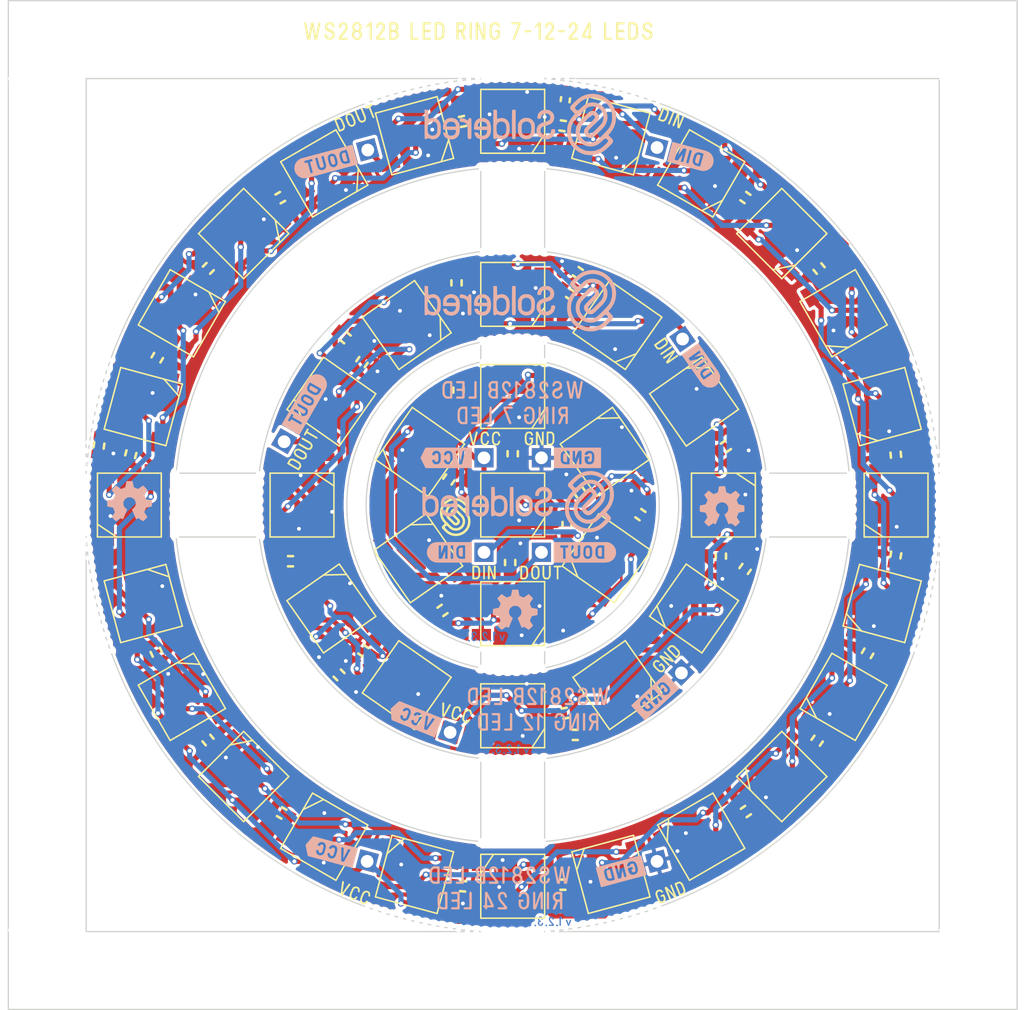
<source format=kicad_pcb>
(kicad_pcb (version 20211014) (generator pcbnew)
  (layers (0 "F.Cu" signal) (31 "B.Cu" signal) (34 "B.Paste" user) (35 "F.Paste" user) (36 "B.SilkS" user "B.Silkscreen") (37 "F.SilkS" user "F.Silkscreen") (38 "B.Mask" user) (39 "F.Mask" user) (44 "Edge.Cuts" user))
  (net 0 "")
  (net 1 "VCC")
  (net 2 "GND")
  (net 3 "Net-(LED1-Pad2)")
  (net 4 "Net-(LED2-Pad2)")
  (net 5 "Net-(LED3-Pad2)")
  (net 6 "Net-(LED4-Pad2)")
  (net 7 "Net-(LED5-Pad2)")
  (net 8 "Net-(LED6-Pad2)")
  (net 9 "Net-(LED7-Pad2)")
  (net 10 "Net-(LED1-Pad4)")
  (net 11 "Net-(PAD2-Pad1)")
  (net 12 "Net-(LED8-Pad2)")
  (net 13 "Net-(LED8-Pad4)")
  (net 14 "Net-(LED10-Pad4)")
  (net 15 "Net-(LED10-Pad2)")
  (net 16 "Net-(LED11-Pad2)")
  (net 17 "Net-(LED12-Pad2)")
  (net 18 "Net-(LED13-Pad2)")
  (net 19 "Net-(LED14-Pad2)")
  (net 20 "Net-(LED15-Pad2)")
  (net 21 "Net-(LED15-Pad4)")
  (net 22 "Net-(LED16-Pad2)")
  (net 23 "Net-(LED17-Pad2)")
  (net 24 "Net-(LED19-Pad2)")
  (net 25 "Net-(PAD10-Pad1)")
  (net 26 "Net-(LED20-Pad2)")
  (net 27 "Net-(LED20-Pad4)")
  (net 28 "Net-(LED21-Pad2)")
  (net 29 "Net-(LED21-Pad4)")
  (net 30 "Net-(LED22-Pad2)")
  (net 31 "Net-(LED23-Pad2)")
  (net 32 "Net-(LED24-Pad2)")
  (net 33 "Net-(LED25-Pad2)")
  (net 34 "Net-(LED26-Pad2)")
  (net 35 "Net-(LED27-Pad2)")
  (net 36 "Net-(LED28-Pad2)")
  (net 37 "Net-(LED28-Pad4)")
  (net 38 "Net-(LED29-Pad2)")
  (net 39 "Net-(LED30-Pad2)")
  (net 40 "Net-(LED31-Pad2)")
  (net 41 "Net-(LED32-Pad2)")
  (net 42 "Net-(LED33-Pad2)")
  (net 43 "Net-(LED34-Pad2)")
  (net 44 "Net-(LED35-Pad2)")
  (net 45 "Net-(LED36-Pad2)")
  (net 46 "Net-(LED37-Pad2)")
  (net 47 "Net-(LED38-Pad2)")
  (net 48 "Net-(LED39-Pad2)")
  (net 49 "Net-(LED40-Pad2)")
  (net 50 "Net-(LED43-Pad2)")
  (net 51 "Net-(PAD18-Pad1)")
  (footprint "Soldered Graphics:Logo-Back-SolderedFULL-15mm" (layer "F.Cu") (at 111.93 108.24)
    (fp_text reference "REF**" hide)
    (fp_text value "Logo-Front-SolderedFULL-15mm" hide)
  )
  (footprint "e-radionica.com footprinti:WS2812B LED" (layer "F.Cu") (at 132.57 129.76 -135)
    (fp_text reference "LED21")
    (fp_text value "WS2812B")
  )
  (footprint "e-radionica.com footprinti:PAD_2x1.5" (layer "F.Cu") (at 100.11 136.37 -15)
    (fp_text reference "PAD20")
    (fp_text value "PAD_2x1.5")
  )
  (footprint "Soldered Graphics:Logo-Back-OSH-3.5mm" (layer "F.Cu") (at 111.7 116.7)
    (fp_text reference "G***" hide)
    (fp_text value "LOGO" hide)
  )
  (footprint "e-radionica.com footprinti:HOLE_0.5mm" (layer "F.Cu") (at 79.9 97.1 90)
    (fp_text reference "REF**" hide)
    (fp_text value "HOLE_0.5mm" hide)
  )
  (footprint "e-radionica.com footprinti:FIDUCIAL_23" (layer "F.Cu") (at 111.5 92)
    (fp_text reference "FD2")
    (fp_text value "FIDUCIAL")
  )
  (footprint "e-radionica.com footprinti:HOLE_0.5mm" (layer "F.Cu") (at 117.05 141.5 180)
    (fp_text reference "REF**" hide)
    (fp_text value "HOLE_0.5mm" hide)
  )
  (footprint "e-radionica.com footprinti:WS2812B LED" (layer "F.Cu") (at 125.7 100.4 125)
    (fp_text reference "LED10")
    (fp_text value "WS2812B")
  )
  (footprint "e-radionica.com footprinti:HOLE_0.5mm" (layer "F.Cu") (at 115.05 75.1)
    (fp_text reference "REF**" hide)
    (fp_text value "HOLE_0.5mm" hide)
  )
  (footprint "e-radionica.com footprinti:WS2812B LED" (layer "F.Cu") (at 104.25 104.333334 -125)
    (fp_text reference "LED7")
    (fp_text value "WS2812B")
  )
  (footprint "e-radionica.com footprinti:HOLE_0.5mm" (layer "F.Cu") (at 145.05 109.2 -90)
    (fp_text reference "REF**" hide)
    (fp_text value "HOLE_0.5mm" hide)
  )
  (footprint "e-radionica.com footprinti:HOLE_0.5mm" (layer "F.Cu") (at 149.1 75.1 180)
    (fp_text reference "REF**" hide)
    (fp_text value "HOLE_0.5mm" hide)
  )
  (footprint "e-radionica.com footprinti:HOLE_0.5mm" (layer "F.Cu") (at 78.5 102.3 90)
    (fp_text reference "REF**" hide)
    (fp_text value "HOLE_0.5mm" hide)
  )
  (footprint "e-radionica.com footprinti:PAD_2x1.5" (layer "F.Cu") (at 122.78 136.4 15)
    (fp_text reference "PAD21")
    (fp_text value "PAD_2x1.5")
  )
  (footprint "e-radionica.com footprinti:WS2812B LED" (layer "F.Cu") (at 125.7 116.6 -125)
    (fp_text reference "LED12")
    (fp_text value "WS2812B")
  )
  (footprint "e-radionica.com footprinti:WS2812B LED" (layer "F.Cu") (at 140.43 116.21 -105)
    (fp_text reference "LED38")
    (fp_text value "WS2812B")
  )
  (footprint "e-radionica.com footprinti:HOLE_0.5mm" (layer "F.Cu") (at 111.1 134.9 180)
    (fp_text reference "REF**" hide)
    (fp_text value "HOLE_0.5mm" hide)
  )
  (footprint "e-radionica.com footprinti:HOLE_0.5mm" (layer "F.Cu") (at 109.75 82.1)
    (fp_text reference "REF**" hide)
    (fp_text value "HOLE_0.5mm" hide)
  )
  (footprint "e-radionica.com footprinti:HOLE_0.5mm" (layer "F.Cu") (at 85.1 108.1 90)
    (fp_text reference "REF**" hide)
    (fp_text value "HOLE_0.5mm" hide)
  )
  (footprint "e-radionica.com footprinti:HOLE_0.5mm" (layer "F.Cu") (at 76.2 75.1 180)
    (fp_text reference "REF**" hide)
    (fp_text value "HOLE_0.5mm" hide)
  )
  (footprint "e-radionica.com footprinti:HOLE_0.5mm" (layer "F.Cu") (at 112.85 142 180)
    (fp_text reference "REF**" hide)
    (fp_text value "HOLE_0.5mm" hide)
  )
  (footprint "e-radionica.com footprinti:0603C" (layer "F.Cu") (at 111.3 113 90)
    (fp_text reference "C5")
    (fp_text value "0603C")
  )
  (footprint "e-radionica.com footprinti:HOLE_0.5mm" (layer "F.Cu") (at 103.3 75.95)
    (fp_text reference "REF**" hide)
    (fp_text value "HOLE_0.5mm" hide)
  )
  (footprint "e-radionica.com footprinti:PAD_2x1.5" (layer "F.Cu") (at 124.8 95.5 125)
    (fp_text reference "PAD10")
    (fp_text value "PAD_2x1.5")
  )
  (footprint "e-radionica.com footprinti:HOLE_0.5mm" (layer "F.Cu") (at 131.4 110.9 -90)
    (fp_text reference "REF**" hide)
    (fp_text value "HOLE_0.5mm" hide)
  )
  (footprint "e-radionica.com footprinti:HOLE_0.5mm" (layer "F.Cu") (at 100.75 140.25 180)
    (fp_text reference "REF**" hide)
    (fp_text value "HOLE_0.5mm" hide)
  )
  (footprint "e-radionica.com footprinti:HOLE_0.5mm" (layer "F.Cu") (at 111.45 142 180)
    (fp_text reference "REF**" hide)
    (fp_text value "HOLE_0.5mm" hide)
  )
  (footprint "e-radionica.com footprinti:HOLE_0.5mm" (layer "F.Cu") (at 79.95 119.95 90)
    (fp_text reference "REF**" hide)
    (fp_text value "HOLE_0.5mm" hide)
  )
  (footprint "e-radionica.com footprinti:HOLE_0.5mm" (layer "F.Cu") (at 120.3 76.1)
    (fp_text reference "REF**" hide)
    (fp_text value "HOLE_0.5mm" hide)
  )
  (footprint "e-radionica.com footprinti:HOLE_0.5mm" (layer "F.Cu") (at 150.7 75.1 180)
    (fp_text reference "REF**" hide)
    (fp_text value "HOLE_0.5mm" hide)
  )
  (footprint "e-radionica.com footprinti:HOLE_0.5mm" (layer "F.Cu") (at 73.8 141.8 180)
    (fp_text reference "REF**" hide)
    (fp_text value "HOLE_0.5mm" hide)
  )
  (footprint "e-radionica.com footprinti:HOLE_0.5mm" (layer "F.Cu") (at 112.55 82.05)
    (fp_text reference "REF**" hide)
    (fp_text value "HOLE_0.5mm" hide)
  )
  (footprint "e-radionica.com footprinti:PAD_2x1.5" (layer "F.Cu") (at 100.11 136.37 -15)
    (fp_text reference "PAD24")
    (fp_text value "PAD_2x1.5")
  )
  (footprint "e-radionica.com footprinti:HOLE_0.5mm" (layer "F.Cu") (at 107.25 141.75 180)
    (fp_text reference "REF**" hide)
    (fp_text value "HOLE_0.5mm" hide)
  )
  (footprint "e-radionica.com footprinti:HOLE_0.5mm" (layer "F.Cu") (at 109 134.8 180)
    (fp_text reference "REF**" hide)
    (fp_text value "HOLE_0.5mm" hide)
  )
  (footprint "e-radionica.com footprinti:HOLE_0.5mm" (layer "F.Cu") (at 131.45 110.2 -90)
    (fp_text reference "REF**" hide)
    (fp_text value "HOLE_0.5mm" hide)
  )
  (footprint "e-radionica.com footprinti:HOLE_0.5mm" (layer "F.Cu") (at 112.15 142 180)
    (fp_text reference "REF**" hide)
    (fp_text value "HOLE_0.5mm" hide)
  )
  (footprint "e-radionica.com footprinti:HOLE_0.5mm" (layer "F.Cu") (at 110.5 88.45)
    (fp_text reference "REF**" hide)
    (fp_text value "HOLE_0.5mm" hide)
  )
  (footprint "e-radionica.com footprinti:HOLE_0.5mm" (layer "F.Cu") (at 113.3 97.1)
    (fp_text reference "REF**" hide)
    (fp_text value "HOLE_0.5mm" hide)
  )
  (footprint "e-radionica.com footprinti:0603C" (layer "F.Cu") (at 87.663812 89.966188 -135)
    (fp_text reference "C26")
    (fp_text value "0603C")
  )
  (footprint "e-radionica.com footprinti:PAD_2x1.5" (layer "F.Cu") (at 122.78 80.52 -15)
    (fp_text reference "PAD19")
    (fp_text value "PAD_2x1.5")
  )
  (footprint "e-radionica.com footprinti:HOLE_0.5mm" (layer "F.Cu") (at 118.35 75.65)
    (fp_text reference "REF**" hide)
    (fp_text value "HOLE_0.5mm" hide)
  )
  (footprint "e-radionica.com footprinti:HOLE_0.5mm" (layer "F.Cu") (at 111.85 128.5 180)
    (fp_text reference "REF**" hide)
    (fp_text value "HOLE_0.5mm" hide)
  )
  (footprint "e-radionica.com footprinti:HOLE_0.5mm" (layer "F.Cu") (at 79.1 99.7 90)
    (fp_text reference "REF**" hide)
    (fp_text value "HOLE_0.5mm" hide)
  )
  (footprint "e-radionica.com footprinti:HOLE_0.5mm" (layer "F.Cu") (at 109.45 75)
    (fp_text reference "REF**" hide)
    (fp_text value "HOLE_0.5mm" hide)
  )
  (footprint "e-radionica.com footprinti:0603C" (layer "F.Cu") (at 106 116.75 35)
    (fp_text reference "C6")
    (fp_text value "0603C")
  )
  (footprint "e-radionica.com footprinti:0603C" (layer "F.Cu") (at 129.7 113.5 55)
    (fp_text reference "C12")
    (fp_text value "0603C")
  )
  (footprint "e-radionica.com footprinti:HOLE_0.5mm" (layer "F.Cu") (at 110.05 142 180)
    (fp_text reference "REF**" hide)
    (fp_text value "HOLE_0.5mm" hide)
  )
  (footprint "e-radionica.com footprinti:WS2812B LED" (layer "F.Cu") (at 111.5 78.45)
    (fp_text reference "LED20")
    (fp_text value "WS2812B")
  )
  (footprint "e-radionica.com footprinti:0603C" (layer "F.Cu") (at 107.57 78.46 -168)
    (fp_text reference "C40")
    (fp_text value "0603C")
  )
  (footprint "e-radionica.com footprinti:HOLE_0.5mm" (layer "F.Cu") (at 131.5 109.5 -90)
    (fp_text reference "REF**" hide)
    (fp_text value "HOLE_0.5mm" hide)
  )
  (footprint "e-radionica.com footprinti:HOLE_0.5mm" (layer "F.Cu") (at 148.3 75.1 180)
    (fp_text reference "REF**" hide)
    (fp_text value "HOLE_0.5mm" hide)
  )
  (footprint "e-radionica.com footprinti:HOLE_0.5mm" (layer "F.Cu") (at 131.5 108.8 -90)
    (fp_text reference "REF**" hide)
    (fp_text value "HOLE_0.5mm" hide)
  )
  (footprint "e-radionica.com footprinti:HOLE_0.5mm" (layer "F.Cu") (at 103.95 75.8)
    (fp_text reference "REF**" hide)
    (fp_text value "HOLE_0.5mm" hide)
  )
  (footprint "e-radionica.com footprinti:HOLE_0.5mm" (layer "F.Cu") (at 144.65 103.6 -90)
    (fp_text reference "REF**" hide)
    (fp_text value "HOLE_0.5mm" hide)
  )
  (footprint "e-radionica.com footprinti:PAD_2x1.5" (layer "F.Cu") (at 124.7 121.6 135)
    (fp_text reference "PAD9")
    (fp_text value "PAD_2x1.5")
  )
  (footprint "e-radionica.com footprinti:HOLE_0.5mm" (layer "F.Cu") (at 105.3 141.45 180)
    (fp_text reference "REF**" hide)
    (fp_text value "HOLE_0.5mm" hide)
  )
  (footprint "e-radionica.com footprinti:0603C" (layer "F.Cu") (at 98.4 95.4 -40)
    (fp_text reference "C19")
    (fp_text value "0603C")
  )
  (footprint "e-radionica.com footprinti:HOLE_0.5mm" (layer "F.Cu") (at 79.7 119.3 90)
    (fp_text reference "REF**" hide)
    (fp_text value "HOLE_0.5mm" hide)
  )
  (footprint "e-radionica.com footprinti:HOLE_0.5mm" (layer "F.Cu") (at 144.75 104.3 -90)
    (fp_text reference "REF**" hide)
    (fp_text value "HOLE_0.5mm" hide)
  )
  (footprint "e-radionica.com footprinti:HOLE_0.5mm" (layer "F.Cu") (at 112.55 128.5 180)
    (fp_text reference "REF**" hide)
    (fp_text value "HOLE_0.5mm" hide)
  )
  (footprint "e-radionica.com footprinti:WS2812B LED" (layer "F.Cu") (at 118.7 104.33334 125)
    (fp_text reference "LED3")
    (fp_text value "WS2812B")
  )
  (footprint "e-radionica.com footprinti:HOLE_0.5mm" (layer "F.Cu") (at 114.35 75.05)
    (fp_text reference "REF**" hide)
    (fp_text value "HOLE_0.5mm" hide)
  )
  (footprint "e-radionica.com footprinti:0603C" (layer "F.Cu") (at 107.25 99.5 -90)
    (fp_text reference "C2")
    (fp_text value "0603C")
  )
  (footprint "e-radionica.com footprinti:0603C" (layer "F.Cu") (at 116.6 90.3 145)
    (fp_text reference "C9")
    (fp_text value "0603C")
  )
  (footprint "e-radionica.com footprinti:WS2812B LED" (layer "F.Cu") (at 126.26 82.53 -30)
    (fp_text reference "LED24")
    (fp_text value "WS2812B")
  )
  (footprint "e-radionica.com footprinti:HOLE_0.5mm" (layer "F.Cu") (at 111.2 88.45)
    (fp_text reference "REF**" hide)
    (fp_text value "HOLE_0.5mm" hide)
  )
  (footprint "buzzardLabel" (layer "F.Cu") (at 108.8 71.4)
    (fp_text reference "")
    (fp_text value "")
  )
  (footprint "e-radionica.com footprinti:HOLE_0.5mm" (layer "F.Cu") (at 137.9 110.25 -90)
    (fp_text reference "REF**" hide)
    (fp_text value "HOLE_0.5mm" hide)
  )
  (footprint "e-radionica.com footprinti:HOLE_0.5mm" (layer "F.Cu") (at 145.9 141.8 180)
    (fp_text reference "REF**" hide)
    (fp_text value "HOLE_0.5mm" hide)
  )
  (footprint "e-radionica.com footprinti:HOLE_0.5mm" (layer "F.Cu") (at 111.9 88.45)
    (fp_text reference "REF**" hide)
    (fp_text value "HOLE_0.5mm" hide)
  )
  (footprint "e-radionica.com footprinti:HOLE_0.5mm" (layer "F.Cu") (at 110.15 74.95)
    (fp_text reference "REF**" hide)
    (fp_text value "HOLE_0.5mm" hide)
  )
  (footprint "e-radionica.com footprinti:HOLE_0.5mm" (layer "F.Cu") (at 144.55 102.9 -90)
    (fp_text reference "REF**" hide)
    (fp_text value "HOLE_0.5mm" hide)
  )
  (footprint "e-radionica.com footprinti:HOLE_0.5mm" (layer "F.Cu") (at 78.15 104.25 90)
    (fp_text reference "REF**" hide)
    (fp_text value "HOLE_0.5mm" hide)
  )
  (footprint "e-radionica.com footprinti:HOLE_0.5mm" (layer "F.Cu") (at 113.65 75)
    (fp_text reference "REF**" hide)
    (fp_text value "HOLE_0.5mm" hide)
  )
  (footprint "e-radionica.com footprinti:HOLE_0.5mm" (layer "F.Cu") (at 79.5 98.4 90)
    (fp_text reference "REF**" hide)
    (fp_text value "HOLE_0.5mm" hide)
  )
  (footprint "e-radionica.com footprinti:FIDUCIAL_23" (layer "F.Cu") (at 118.7 104.33334)
    (fp_text reference "FD1")
    (fp_text value "FIDUCIAL")
  )
  (footprint "e-radionica.com footprinti:HOLE_0.5mm" (layer "F.Cu") (at 91.6 106.05 90)
    (fp_text reference "REF**" hide)
    (fp_text value "HOLE_0.5mm" hide)
  )
  (footprint "e-radionica.com footprinti:WS2812B LED" (layer "F.Cu") (at 103.2 94.4 35)
    (fp_text reference "LED19")
    (fp_text value "WS2812B")
  )
  (footprint "e-radionica.com footprinti:HOLE_0.5mm" (layer "F.Cu") (at 111.9 95.55)
    (fp_text reference "REF**" hide)
    (fp_text value "HOLE_0.5mm" hide)
  )
  (footprint "e-radionica.com footprinti:HOLE_0.5mm" (layer "F.Cu") (at 78.65 115.4 90)
    (fp_text reference "REF**" hide)
    (fp_text value "HOLE_0.5mm" hide)
  )
  (footprint "e-radionica.com footprinti:HOLE_0.5mm" (layer "F.Cu") (at 149.9 75.1 180)
    (fp_text reference "REF**" hide)
    (fp_text value "HOLE_0.5mm" hide)
  )
  (footprint "e-radionica.com footprinti:HOLE_0.5mm" (layer "F.Cu") (at 100.1 140.05 180)
    (fp_text reference "REF**" hide)
    (fp_text value "HOLE_0.5mm" hide)
  )
  (footprint "e-radionica.com footprinti:HOLE_0.5mm" (layer "F.Cu") (at 78.8 101 90)
    (fp_text reference "REF**" hide)
    (fp_text value "HOLE_0.5mm" hide)
  )
  (footprint "e-radionica.com footprinti:HOLE_0.5mm" (layer "F.Cu") (at 77.95 109.15 90)
    (fp_text reference "REF**" hide)
    (fp_text value "HOLE_0.5mm" hide)
  )
  (footprint "e-radionica.com footprinti:HOLE_0.5mm" (layer "F.Cu") (at 72.2 141.8 180)
    (fp_text reference "REF**" hide)
    (fp_text value "HOLE_0.5mm" hide)
  )
  (footprint "e-radionica.com footprinti:HOLE_0.5mm" (layer "F.Cu") (at 107.35 75.25)
    (fp_text reference "REF**" hide)
    (fp_text value "HOLE_0.5mm" hide)
  )
  (footprint "e-radionica.com footprinti:0603R" (layer "F.Cu") (at 115.62 76.76 82)
    (fp_text reference "R3")
    (fp_text value "100")
  )
  (footprint "e-radionica.com footprinti:HOLE_0.5mm" (layer "F.Cu") (at 78.8 116.05 90)
    (fp_text reference "REF**" hide)
    (fp_text value "HOLE_0.5mm" hide)
  )
  (footprint "e-radionica.com footprinti:0603C" (layer "F.Cu") (at 135.49 89.98 130)
    (fp_text reference "C39")
    (fp_text value "0603C")
  )
  (footprint "e-radionica.com footprinti:HOLE_0.5mm" (layer "F.Cu") (at 144.7 113.35 -90)
    (fp_text reference "REF**" hide)
    (fp_text value "HOLE_0.5mm" hide)
  )
  (footprint "e-radionica.com footprinti:0603C" (layer "F.Cu") (at 116.4 126.5 180)
    (fp_text reference "C14")
    (fp_text value "0603C")
  )
  (footprint "e-radionica.com footprinti:HOLE_0.5mm" (layer "F.Cu") (at 115.75 75.2)
    (fp_text reference "REF**" hide)
    (fp_text value "HOLE_0.5mm" hide)
  )
  (footprint "e-radionica.com footprinti:HOLE_0.5mm" (layer "F.Cu") (at 109.05 119.8 180)
    (fp_text reference "REF**" hide)
    (fp_text value "HOLE_0.5mm" hide)
  )
  (footprint "e-radionica.com footprinti:HOLE_0.5mm" (layer "F.Cu") (at 105.25 75.55)
    (fp_text reference "REF**" hide)
    (fp_text value "HOLE_0.5mm" hide)
  )
  (footprint "e-radionica.com footprinti:HOLE_0.5mm" (layer "F.Cu") (at 85.15 106.7 90)
    (fp_text reference "REF**" hide)
    (fp_text value "HOLE_0.5mm" hide)
  )
  (footprint "e-radionica.com footprinti:WS2812B LED" (layer "F.Cu") (at 128 108.5 90)
    (fp_text reference "LED11")
    (fp_text value "WS2812B")
  )
  (footprint "e-radionica.com footprinti:HOLE_0.5mm" (layer "F.Cu") (at 121.65 140.45 180)
    (fp_text reference "REF**" hide)
    (fp_text value "HOLE_0.5mm" hide)
  )
  (footprint "e-radionica.com footprinti:PAD_2x1.5" (layer "F.Cu") (at 100.14 80.68 15)
    (fp_text reference "PAD22")
    (fp_text value "PAD_2x1.5")
  )
  (footprint "buzzardLabel" (layer "F.Cu") (at 123.55 120.55 45)
    (fp_text reference "")
    (fp_text value "")
  )
  (footprint "e-radionica.com footprinti:PAD_2x1.5" (layer "F.Cu") (at 113.75 104.8)
    (fp_text reference "PAD4")
    (fp_text value "PAD_2x1.5")
  )
  (footprint "e-radionica.com footprinti:HOLE_0.5mm" (layer "F.Cu") (at 137.9 106.75 -90)
    (fp_text reference "REF**" hide)
    (fp_text value "HOLE_0.5mm" hide)
  )
  (footprint "e-radionica.com footprinti:HOLE_0.5mm" (layer "F.Cu") (at 91.5 108.15 90)
    (fp_text reference "REF**" hide)
    (fp_text value "HOLE_0.5mm" hide)
  )
  (footprint "e-radionica.com footprinti:0603C" (layer "F.Cu") (at 115.41 78.8 172)
    (fp_text reference "C42")
    (fp_text value "0603C")
  )
  (footprint "e-radionica.com footprinti:WS2812B LED" (layer "F.Cu") (at 95 108.5 90)
    (fp_text reference "LED15")
    (fp_text value "WS2812B")
  )
  (footprint "e-radionica.com footprinti:HOLE_0.5mm" (layer "F.Cu") (at 113.25 119.85 180)
    (fp_text reference "REF**" hide)
    (fp_text value "HOLE_0.5mm" hide)
  )
  (footprint "Soldered Graphics:Logo-Back-SolderedFULL-15mm" (layer "F.Cu") (at 112.1 92.5)
    (fp_text reference "REF**" hide)
    (fp_text value "Logo-Front-SolderedFULL-15mm" hide)
  )
  (footprint "e-radionica.com footprinti:HOLE_0.5mm" (layer "F.Cu") (at 114 95.75)
    (fp_text reference "REF**" hide)
    (fp_text value "HOLE_0.5mm" hide)
  )
  (footprint "e-radionica.com footprinti:HOLE_0.5mm" (layer "F.Cu") (at 121 140.65 180)
    (fp_text reference "REF**" hide)
    (fp_text value "HOLE_0.5mm" hide)
  )
  (footprint "e-radionica.com footprinti:HOLE_0.5mm" (layer "F.Cu") (at 144.8 112.7 -90)
    (fp_text reference "REF**" hide)
    (fp_text value "HOLE_0.5mm" hide)
  )
  (footprint "e-radionica.com footprinti:HOLE_0.5mm" (layer "F.Cu") (at 120.95 76.3)
    (fp_text reference "REF**" hide)
    (fp_text value "HOLE_0.5mm" hide)
  )
  (footprint "e-radionica.com footprinti:HOLE_0.5mm" (layer "F.Cu") (at 118.4 141.3 180)
    (fp_text reference "REF**" hide)
    (fp_text value "HOLE_0.5mm" hide)
  )
  (footprint "e-radionica.com footprinti:HOLE_0.5mm" (layer "F.Cu") (at 75.4 75.1 180)
    (fp_text reference "REF**" hide)
    (fp_text value "HOLE_0.5mm" hide)
  )
  (footprint "e-radionica.com footprinti:HOLE_0.5mm" (layer "F.Cu") (at 79.3 99.05 90)
    (fp_text reference "REF**" hide)
    (fp_text value "HOLE_0.5mm" hide)
  )
  (footprint "e-radionica.com footprinti:HOLE_0.5mm" (layer "F.Cu") (at 122.95 140 180)
    (fp_text reference "REF**" hide)
    (fp_text value "HOLE_0.5mm" hide)
  )
  (footprint "Soldered Graphics:Logo-Front-Soldered-3mm" (layer "F.Cu") (at 107 109.44)
    (fp_text reference "G***" hide)
    (fp_text value "LOGO" hide)
  )
  (footprint "e-radionica.com footprinti:HOLE_0.5mm" (layer "F.Cu") (at 109.75 119.9 180)
    (fp_text reference "REF**" hide)
    (fp_text value "HOLE_0.5mm" hide)
  )
  (footprint "e-radionica.com footprinti:HOLE_0.5mm" (layer "F.Cu") (at 143.3 119.2 -90)
    (fp_text reference "REF**" hide)
    (fp_text value "HOLE_0.5mm" hide)
  )
  (footprint "buzzardLabel" (layer "F.Cu") (at 95.1 104.15 60)
    (fp_text reference "")
    (fp_text value "")
  )
  (footprint "e-radionica.com footprinti:HOLE_0.5mm" (layer "F.Cu") (at 85.1 107.4 90)
    (fp_text reference "REF**" hide)
    (fp_text value "HOLE_0.5mm" hide)
  )
  (footprint "e-radionica.com footprinti:HOLE_0.5mm" (layer "F.Cu") (at 143.7 98.95 -90)
    (fp_text reference "REF**" hide)
    (fp_text value "HOLE_0.5mm" hide)
  )
  (footprint "e-radionica.com footprinti:0603C" (layer "F.Cu") (at 94.1 112.9)
    (fp_text reference "C17")
    (fp_text value "0603C")
  )
  (footprint "e-radionica.com footprinti:HOLE_0.5mm" (layer "F.Cu") (at 112.6 95.55)
    (fp_text reference "REF**" hide)
    (fp_text value "HOLE_0.5mm" hide)
  )
  (footprint "e-radionica.com footprinti:HOLE_0.5mm" (layer "F.Cu") (at 85.1 109.5 90)
    (fp_text reference "REF**" hide)
    (fp_text value "HOLE_0.5mm" hide)
  )
  (footprint "e-radionica.com footprinti:HOLE_0.5mm" (layer "F.Cu") (at 113.9 121.15 180)
    (fp_text reference "REF**" hide)
    (fp_text value "HOLE_0.5mm" hide)
  )
  (footprint "e-radionica.com footprinti:WS2812B LED" (layer "F.Cu") (at 119.7 122.6 35)
    (fp_text reference "LED13")
    (fp_text value "WS2812B")
  )
  (footprint "e-radionica.com footprinti:HOLE_0.5mm" (layer "F.Cu") (at 78.15 111.95 90)
    (fp_text reference "REF**" hide)
    (fp_text value "HOLE_0.5mm" hide)
  )
  (footprint "e-radionica.com footprinti:HOLE_0.5mm" (layer "F.Cu") (at 144.85 105 -90)
    (fp_text reference "REF**" hide)
    (fp_text value "HOLE_0.5mm" hide)
  )
  (footprint "e-radionica.com footprinti:HOLE_0.5mm" (layer "F.Cu") (at 111.15 128.5 180)
    (fp_text reference "REF**" hide)
    (fp_text value "HOLE_0.5mm" hide)
  )
  (footprint "e-radionica.com footprinti:HOLE_0.5mm" (layer "F.Cu") (at 147.5 141.8 180)
    (fp_text reference "REF**" hide)
    (fp_text value "HOLE_0.5mm" hide)
  )
  (footprint "e-radionica.com footprinti:HOLE_0.5mm" (layer "F.Cu") (at 108.05 75.15)
    (fp_text reference "REF**" hide)
    (fp_text value "HOLE_0.5mm" hide)
  )
  (footprint "e-radionica.com footprinti:HOLE_0.5mm" (layer "F.Cu") (at 122.9 76.9)
    (fp_text reference "REF**" hide)
    (fp_text value "HOLE_0.5mm" hide)
  )
  (footprint "e-radionica.com footprinti:HOLE_0.5mm" (layer "F.Cu") (at 144.2 115.95 -90)
    (fp_text reference "REF**" hide)
    (fp_text value "HOLE_0.5mm" hide)
  )
  (footprint "e-radionica.com footprinti:PAD_2x1.5" (layer "F.Cu") (at 100.14 80.68 15)
    (fp_text reference "PAD23")
    (fp_text value "PAD_2x1.5")
  )
  (footprint "e-radionica.com footprinti:HOLE_0.5mm" (layer "F.Cu") (at 78.05 105.65 90)
    (fp_text reference "REF**" hide)
    (fp_text value "HOLE_0.5mm" hide)
  )
  (footprint "e-radionica.com footprinti:HOLE_0.5mm" (layer "F.Cu") (at 143.5 118.55 -90)
    (fp_text reference "REF**" hide)
    (fp_text value "HOLE_0.5mm" hide)
  )
  (footprint "e-radionica.com footprinti:HOLE_0.5mm" (layer "F.Cu") (at 109.8 97.15)
    (fp_text reference "REF**" hide)
    (fp_text value "HOLE_0.5mm" hide)
  )
  (footprint "e-radionica.com footprinti:HOLE_0.5mm" (layer "F.Cu") (at 144.95 111.3 -90)
    (fp_text reference "REF**" hide)
    (fp_text value "HOLE_0.5mm" hide)
  )
  (footprint "e-radionica.com footprinti:HOLE_0.5mm" (layer "F.Cu") (at 85.1 108.8 90)
    (fp_text reference "REF**" hide)
    (fp_text value "HOLE_0.5mm" hide)
  )
  (footprint "e-radionica.com footprinti:0603C" (layer "F.Cu") (at 135.34 126.95 55)
    (fp_text reference "C22")
    (fp_text value "0603C")
  )
  (footprint "e-radionica.com footprinti:HOLE_0.5mm" (layer "F.Cu") (at 73 141.8 180)
    (fp_text reference "REF**" hide)
    (fp_text value "HOLE_0.5mm" hide)
  )
  (footprint "e-radionica.com footprinti:0603C" (layer "F.Cu") (at 107.61 138.35 -5)
    (fp_text reference "C24")
    (fp_text value "0603C")
  )
  (footprint "e-radionica.com footprinti:HOLE_0.5mm" (layer "F.Cu") (at 78.1 104.95 90)
    (fp_text reference "REF**" hide)
    (fp_text value "HOLE_0.5mm" hide)
  )
  (footprint "e-radionica.com footprinti:HOLE_0.5mm" (layer "F.Cu") (at 143.5 98.3 -90)
    (fp_text reference "REF**" hide)
    (fp_text value "HOLE_0.5mm" hide)
  )
  (footprint "e-radionica.com footprinti:HOLE_0.5mm" (layer "F.Cu") (at 111.2 95.55)
    (fp_text reference "REF**" hide)
    (fp_text value "HOLE_0.5mm" hide)
  )
  (footprint "e-radionica.com footprinti:HOLE_0.5mm" (layer "F.Cu") (at 143.1 119.85 -90)
    (fp_text reference "REF**" hide)
    (fp_text value "HOLE_0.5mm" hide)
  )
  (footprint "e-radionica.com footprinti:HOLE_0.5mm" (layer "F.Cu") (at 117.7 75.5)
    (fp_text reference "REF**" hide)
    (fp_text value "HOLE_0.5mm" hide)
  )
  (footprint "e-radionica.com footprinti:HOLE_0.5mm" (layer "F.Cu") (at 149.9 141.8 180)
    (fp_text reference "REF**" hide)
    (fp_text value "HOLE_0.5mm" hide)
  )
  (footprint "e-radionica.com footprinti:HOLE_0.5mm" (layer "F.Cu") (at 110.85 74.95)
    (fp_text reference "REF**" hide)
    (fp_text value "HOLE_0.5mm" hide)
  )
  (footprint "e-radionica.com footprinti:HOLE_0.5mm" (layer "F.Cu") (at 119.7 141 180)
    (fp_text reference "REF**" hide)
    (fp_text value "HOLE_0.5mm" hide)
  )
  (footprint "e-radionica.com footprinti:HOLE_0.5mm" (layer "F.Cu") (at 108.65 141.9 180)
    (fp_text reference "REF**" hide)
    (fp_text value "HOLE_0.5mm" hide)
  )
  (footprint "buzzardLabel" (layer "F.Cu") (at 123.85 138.85 22)
    (fp_text reference "")
    (fp_text value "")
  )
  (footprint "e-radionica.com footprinti:WS2812B LED" (layer "F.Cu") (at 81.48 108.5 -90)
    (fp_text reference "LED28")
    (fp_text value "WS2812B")
  )
  (footprint "e-radionica.com footprinti:HOLE_0.5mm" (layer "F.Cu") (at 111.15 120 180)
    (fp_text reference "REF**" hide)
    (fp_text value "HOLE_0.5mm" hide)
  )
  (footprint "e-radionica.com footprinti:WS2812B LED" (layer "F.Cu") (at 103.2 122.6 -35)
    (fp_text reference "LED16")
    (fp_text value "WS2812B")
  )
  (footprint "e-radionica.com footprinti:PAD_2x1.5" (layer "F.Cu") (at 122.78 80.52 -15)
    (fp_text reference "PAD18")
    (fp_text value "PAD_2x1.5")
  )
  (footprint "e-radionica.com footprinti:HOLE_0.5mm" (layer "F.Cu") (at 149.1 141.8 180)
    (fp_text reference "REF**" hide)
    (fp_text value "HOLE_0.5mm" hide)
  )
  (footprint "e-radionica.com footprinti:WS2812B LED" (layer "F.Cu") (at 111.5 92)
    (fp_text reference "LED8")
    (fp_text value "WS2812B")
  )
  (footprint "e-radionica.com footprinti:HOLE_0.5mm" (layer "F.Cu") (at 113.25 128.45 180)
    (fp_text reference "REF**" hide)
    (fp_text value "HOLE_0.5mm" hide)
  )
  (footprint "e-radionica.com footprinti:HOLE_0.5mm" (layer "F.Cu") (at 109.1 88.55)
    (fp_text reference "REF**" hide)
    (fp_text value "HOLE_0.5mm" hide)
  )
  (footprint "e-radionica.com footprinti:0603R" (layer "F.Cu") (at 116 92 -35)
    (fp_text reference "R2")
    (fp_text value "100")
  )
  (footprint "e-radionica.com footprinti:HOLE_0.5mm" (layer "F.Cu") (at 143.05 97 -90)
    (fp_text reference "REF**" hide)
    (fp_text value "HOLE_0.5mm" hide)
  )
  (footprint "e-radionica.com footprinti:HOLE_0.5mm" (layer "F.Cu") (at 145 110.6 -90)
    (fp_text reference "REF**" hide)
    (fp_text value "HOLE_0.5mm" hide)
  )
  (footprint "e-radionica.com footprinti:HOLE_0.5mm" (layer "F.Cu") (at 144.05 100.25 -90)
    (fp_text reference "REF**" hide)
    (fp_text value "HOLE_0.5mm" hide)
  )
  (footprint "e-radionica.com footprinti:WS2812B LED" (layer "F.Cu") (at 97.3 116.6 125)
    (fp_text reference "LED18")
    (fp_text value "WS2812B")
  )
  (footprint "e-radionica.com footprinti:HOLE_0.5mm" (layer "F.Cu") (at 114 97.2)
    (fp_text reference "REF**" hide)
    (fp_text value "HOLE_0.5mm" hide)
  )
  (footprint "e-radionica.com footprinti:0603C" (layer "F.Cu") (at 141.5 104.56 95)
    (fp_text reference "C41")
    (fp_text value "0603C")
  )
  (footprint "buzzardLabel" (layer "F.Cu") (at 107.05 124.8 -15)
    (fp_text reference "")
    (fp_text value "")
  )
  (footprint "e-radionica.com footprinti:HOLE_0.5mm" (layer "F.Cu") (at 91.5 108.85 90)
    (fp_text reference "REF**" hide)
    (fp_text value "HOLE_0.5mm" hide)
  )
  (footprint "e-radionica.com footprinti:HOLE_0.5mm" (layer "F.Cu") (at 144.45 102.2 -90)
    (fp_text reference "REF**" hide)
    (fp_text value "HOLE_0.5mm" hide)
  )
  (footprint "e-radionica.com footprinti:HOLE_0.5mm" (layer "F.Cu") (at 131.4 106 -90)
    (fp_text reference "REF**" hide)
    (fp_text value "HOLE_0.5mm" hide)
  )
  (footprint "Soldered Graphics:Logo-Back-OSH-3.5mm" (layer "F.Cu") (at 127.9 108.6)
    (fp_text reference "G***" hide)
    (fp_text value "LOGO" hide)
  )
  (footprint "e-radionica.com footprinti:WS2812B LED" (layer "F.Cu") (at 111.5 100)
    (fp_text reference "LED2")
    (fp_text value "WS2812B")
  )
  (footprint "e-radionica.com footprinti:HOLE_0.5mm" (layer "F.Cu") (at 109.1 95.8)
    (fp_text reference "REF**" hide)
    (fp_text value "HOLE_0.5mm" hide)
  )
  (footprint "e-radionica.com footprinti:HOLE_0.5mm" (layer "F.Cu") (at 77.95 107.05 90)
    (fp_text reference "REF**" hide)
    (fp_text value "HOLE_0.5mm" hide)
  )
  (footprint "buzzardLabel" (layer "F.Cu") (at 123.5 96.4 -55)
    (fp_text reference "")
    (fp_text value "")
  )
  (footprint "e-radionica.com footprinti:0603C" (layer "F.Cu") (at 129.76 132.5 35)
    (fp_text reference "C36")
    (fp_text value "0603C")
  )
  (footprint "e-radionica.com footprinti:HOLE_0.5mm" (layer "F.Cu") (at 147.5 75.1 180)
    (fp_text reference "REF**" hide)
    (fp_text value "HOLE_0.5mm" hide)
  )
  (footprint "e-radionica.com footprinti:HOLE_0.5mm" (layer "F.Cu") (at 113.3 88.5)
    (fp_text reference "REF**" hide)
    (fp_text value "HOLE_0.5mm" hide)
  )
  (footprint "e-radionica.com footprinti:HOLE_0.5mm" (layer "F.Cu") (at 112.95 74.95)
    (fp_text reference "REF**" hide)
    (fp_text value "HOLE_0.5mm" hide)
  )
  (footprint "e-radionica.com footprinti:HOLE_0.5mm" (layer "F.Cu") (at 145.1 75.1 180)
    (fp_text reference "REF**" hide)
    (fp_text value "HOLE_0.5mm" hide)
  )
  (footprint "e-radionica.com footprinti:HOLE_0.5mm" (layer "F.Cu") (at 79.1 117.35 90)
    (fp_text reference "REF**" hide)
    (fp_text value "HOLE_0.5mm" hide)
  )
  (footprint "buzzardLabel" (layer "F.Cu") (at 109.3 103.3)
    (fp_text reference "")
    (fp_text value "")
  )
  (footprint "e-radionica.com footprinti:HOLE_0.5mm" (layer "F.Cu") (at 144.2 100.9 -90)
    (fp_text reference "REF**" hide)
    (fp_text value "HOLE_0.5mm" hide)
  )
  (footprint "e-radionica.com footprinti:HOLE_0.5mm" (layer "F.Cu") (at 77.8 75.1 180)
    (fp_text reference "REF**" hide)
    (fp_text value "HOLE_0.5mm" hide)
  )
  (footprint "e-radionica.com footprinti:HOLE_0.5mm" (layer "F.Cu") (at 119 75.8)
    (fp_text reference "REF**" hide)
    (fp_text value "HOLE_0.5mm" hide)
  )
  (footprint "e-radionica.com footprinti:PAD_2x1.5" (layer "F.Cu") (at 124.7 121.6 135)
    (fp_text reference "PAD13")
    (fp_text value "PAD_2x1.5")
  )
  (footprint "e-radionica.com footprinti:HOLE_0.5mm" (layer "F.Cu") (at 110.5 95.6)
    (fp_text reference "REF**" hide)
    (fp_text value "HOLE_0.5mm" hide)
  )
  (footprint "e-radionica.com footprinti:HOLE_0.5mm" (layer "F.Cu") (at 111.15 82.05)
    (fp_text reference "REF**" hide)
    (fp_text value "HOLE_0.5mm" hide)
  )
  (footprint "e-radionica.com footprinti:HOLE_0.5mm" (layer "F.Cu") (at 144.35 115.3 -90)
    (fp_text reference "REF**" hide)
    (fp_text value "HOLE_0.5mm" hide)
  )
  (footprint "e-radionica.com footprinti:HOLE_0.5mm" (layer "F.Cu") (at 143.3 97.65 -90)
    (fp_text reference "REF**" hide)
    (fp_text value "HOLE_0.5mm" hide)
  )
  (footprint "e-radionica.com footprinti:HOLE_0.5mm" (layer "F.Cu") (at 131.5 108.1 -90)
    (fp_text reference "REF**" hide)
    (fp_text value "HOLE_0.5mm" hide)
  )
  (footprint "e-radionica.com footprinti:HOLE_0.5mm" (layer "F.Cu") (at 79.3 118 90)
    (fp_text reference "REF**" hide)
    (fp_text value "HOLE_0.5mm" hide)
  )
  (footprint "e-radionica.com footprinti:HOLE_0.5mm" (layer "F.Cu") (at 109.8 95.7)
    (fp_text reference "REF**" hide)
    (fp_text value "HOLE_0.5mm" hide)
  )
  (footprint "e-radionica.com footprinti:HOLE_0.5mm" (layer "F.Cu") (at 113.95 119.75 180)
    (fp_text reference "REF**" hide)
    (fp_text value "HOLE_0.5mm" hide)
  )
  (footprint "e-radionica.com footprinti:0603C" (layer "F.Cu") (at 79.1 103.83 -98)
    (fp_text reference "C25")
    (fp_text value "0603C")
  )
  (footprint "e-radionica.com footprinti:WS2812B LED" (layer "F.Cu") (at 90.43 129.76 135)
    (fp_text reference "LED36")
    (fp_text value "WS2812B")
  )
  (footprint "e-radionica.com footprinti:HOLE_0.5mm" (layer "F.Cu") (at 79.7 97.75 90)
    (fp_text reference "REF**" hide)
    (fp_text value "HOLE_0.5mm" hide)
  )
  (footprint "e-radionica.com footprinti:WS2812B LED" (layer "F.Cu") (at 141.52 108.5 -90)
    (fp_text reference "LED35")
    (fp_text value "WS2812B")
  )
  (footprint "e-radionica.com footprinti:HOLE_0.5mm" (layer "F.Cu") (at 74.6 75.1 180)
    (fp_text reference "REF**" hide)
    (fp_text value "HOLE_0.5mm" hide)
  )
  (footprint "e-radionica.com footprinti:HOLE_0.5mm" (layer "F.Cu") (at 78.95 116.7 90)
    (fp_text reference "REF**" hide)
    (fp_text value "HOLE_0.5mm" hide)
  )
  (footprint "e-radionica.com footprinti:0603C" (layer "F.Cu") (at 97.9 121.8 -45)
    (fp_text reference "C16")
    (fp_text value "0603C")
  )
  (footprint "e-radionica.com footprinti:WS2812B LED" (layer "F.Cu") (at 119.7 94.4 -35)
    (fp_text reference "LED9")
    (fp_text value "WS2812B")
  )
  (footprint "e-radionica.com footprinti:HOLE_0.5mm" (layer "F.Cu") (at 145.05 109.9 -90)
    (fp_text reference "REF**" hide)
    (fp_text value "HOLE_0.5mm" hide)
  )
  (footprint "e-radionica.com footprinti:HOLE_0.5mm" (layer "F.Cu") (at 131.45 106.7 -90)
    (fp_text reference "REF**" hide)
    (fp_text value "HOLE_0.5mm" hide)
  )
  (footprint "e-radionica.com footprinti:HOLE_0.5mm" (layer "F.Cu") (at 113.3 95.65)
    (fp_text reference "REF**" hide)
    (fp_text value "HOLE_0.5mm" hide)
  )
  (footprint "e-radionica.com footprinti:HOLE_0.5mm" (layer "F.Cu") (at 102.05 140.65 180)
    (fp_text reference "REF**" hide)
    (fp_text value "HOLE_0.5mm" hide)
  )
  (footprint "e-radionica.com footprinti:HOLE_0.5mm" (layer "F.Cu") (at 78.25 112.65 90)
    (fp_text reference "REF**" hide)
    (fp_text value "HOLE_0.5mm" hide)
  )
  (footprint "e-radionica.com footprinti:HOLE_0.5mm" (layer "F.Cu") (at 144.95 105.7 -90)
    (fp_text reference "REF**" hide)
    (fp_text value "HOLE_0.5mm" hide)
  )
  (footprint "e-radionica.com footprinti:HOLE_0.5mm" (layer "F.Cu") (at 144.6 114 -90)
    (fp_text reference "REF**" hide)
    (fp_text value "HOLE_0.5mm" hide)
  )
  (footprint "e-radionica.com footprinti:HOLE_0.5mm" (layer "F.Cu") (at 78 110.55 90)
    (fp_text reference "REF**" hide)
    (fp_text value "HOLE_0.5mm" hide)
  )
  (footprint "e-radionica.com footprinti:HOLE_0.5mm" (layer "F.Cu") (at 105.95 141.55 180)
    (fp_text reference "REF**" hide)
    (fp_text value "HOLE_0.5mm" hide)
  )
  (footprint "e-radionica.com footprinti:WS2812B LED" (layer "F.Cu") (at 119.19 79.58 -15)
    (fp_text reference "LED22")
    (fp_text value "WS2812B")
  )
  (footprint "e-radionica.com footprinti:HOLE_0.5mm" (layer "F.Cu") (at 131.5 107.4 -90)
    (fp_text reference "REF**" hide)
    (fp_text value "HOLE_0.5mm" hide)
  )
  (footprint "e-radionica.com footprinti:HOLE_0.5mm" (layer "F.Cu") (at 110.45 82.05)
    (fp_text reference "REF**" hide)
    (fp_text value "HOLE_0.5mm" hide)
  )
  (footprint "e-radionica.com footprinti:WS2812B LED" (layer "F.Cu") (at 111.5 125)
    (fp_text reference "LED14")
    (fp_text value "WS2812B")
  )
  (footprint "e-radionica.com footprinti:0603C" (layer "F.Cu") (at 81.591062 104.515126 -105)
    (fp_text reference "C38")
    (fp_text value "0603C")
  )
  (footprint "e-radionica.com footprinti:HOLE_0.5mm" (layer "F.Cu") (at 114.25 141.9 180)
    (fp_text reference "REF**" hide)
    (fp_text value "HOLE_0.5mm" hide)
  )
  (footprint "e-radionica.com footprinti:HOLE_0.5mm" (layer "F.Cu") (at 109.7 134.85 180)
    (fp_text reference "REF**" hide)
    (fp_text value "HOLE_0.5mm" hide)
  )
  (footprint "e-radionica.com footprinti:HOLE_0.5mm" (layer "F.Cu") (at 104.65 141.3 180)
    (fp_text reference "REF**" hide)
    (fp_text value "HOLE_0.5mm" hide)
  )
  (footprint "e-radionica.com footprinti:HOLE_0.5mm" (layer "F.Cu") (at 78.25 103.6 90)
    (fp_text reference "REF**" hide)
    (fp_text value "HOLE_0.5mm" hide)
  )
  (footprint "e-radionica.com footprinti:WS2812B LED" (layer "F.Cu") (at 82.57 116.21 105)
    (fp_text reference "LED42")
    (fp_text value "WS2812B")
  )
  (footprint "e-radionica.com footprinti:HOLE_0.5mm" (layer "F.Cu") (at 77.95 108.45 90)
    (fp_text reference "REF**" hide)
    (fp_text value "HOLE_0.5mm" hide)
  )
  (footprint "e-radionica.com footprinti:HOLE_0.5mm" (layer "F.Cu") (at 78.95 100.35 90)
    (fp_text reference "REF**" hide)
    (fp_text value "HOLE_0.5mm" hide)
  )
  (footprint "e-radionica.com footprinti:PAD_2x1.5" (layer "F.Cu") (at 113.75 112.2)
    (fp_text reference "PAD5")
    (fp_text value "PAD_2x1.5")
  )
  (footprint "e-radionica.com footprinti:HOLE_0.5mm" (layer "F.Cu") (at 78.55 114.75 90)
    (fp_text reference "REF**" hide)
    (fp_text value "HOLE_0.5mm" hide)
  )
  (footprint "e-radionica.com footprinti:HOLE_0.5mm" (layer "F.Cu") (at 110.5 97.05)
    (fp_text reference "REF**" hide)
    (fp_text value "HOLE_0.5mm" hide)
  )
  (footprint "e-radionica.com footprinti:HOLE_0.5mm" (layer "F.Cu") (at 106.65 75.35)
    (fp_text reference "REF**" hide)
    (fp_text value "HOLE_0.5mm" hide)
  )
  (footprint "e-radionica.com footprinti:0603C" (layer "F.Cu") (at 107.1 91.1 -90)
    (fp_text reference "C8")
    (fp_text value "0603C")
  )
  (footprint "e-radionica.com footprinti:HOLE_0.5mm" (layer "F.Cu") (at 143.7 117.9 -90)
    (fp_text reference "REF**" hide)
    (fp_text value "HOLE_0.5mm" hide)
  )
  (footprint "e-radionica.com footprinti:WS2812B LED" (layer "F.Cu") (at 126.26 134.47 -150)
    (fp_text reference "LED23")
    (fp_text value "WS2812B")
  )
  (footprint "e-radionica.com footprinti:HOLE_0.5mm" (layer "F.Cu") (at 109.1 97.25)
    (fp_text reference "REF**" hide)
    (fp_text value "HOLE_0.5mm" hide)
  )
  (footprint "e-radionica.com footprinti:HOLE_0.5mm" (layer "F.Cu") (at 104 141.15 180)
    (fp_text reference "REF**" hide)
    (fp_text value "HOLE_0.5mm" hide)
  )
  (footprint "e-radionica.com footprinti:PAD_2x1.5" (layer "F.Cu") (at 109.25 112.2)
    (fp_text reference "PAD2")
    (fp_text value "PAD_2x1.5")
  )
  (footprint "buzzardLabel" (layer "F.Cu") (at 113.7 113.8)
    (fp_text reference "")
    (fp_text value "")
  )
  (footprint "e-radionica.com footprinti:HOLE_0.5mm" (layer "F.Cu") (at 116.35 141.6 180)
    (fp_text reference "REF**" hide)
    (fp_text value "HOLE_0.5mm" hide)
  )
  (footprint "e-radionica.com footprinti:HOLE_0.5mm" (layer "F.Cu") (at 117.75 141.4 180)
    (fp_text reference "REF**" hide)
    (fp_text value "HOLE_0.5mm" hide)
  )
  (footprint "e-radionica.com footprinti:HOLE_0.5mm" (layer "F.Cu") (at 102.65 76.1)
    (fp_text reference "REF**" hide)
    (fp_text value "HOLE_0.5mm" hide)
  )
  (footprint "e-radionica.com footprinti:0603C" (layer "F.Cu") (at 99.8 119.91 145)
    (fp_text reference "C15")
    (fp_text value "0603C")
  )
  (footprint "buzzardLabel" (layer "F.Cu") (at 123.9 78.2 -22)
    (fp_text reference "")
    (fp_text value "")
  )
  (footprint "e-radionica.com footprinti:0603C" (layer "F.Cu") (at 121.5 109.25 145)
    (fp_text reference "C4")
    (fp_text value "0603C")
  )
  (footprint "e-radionica.com footprinti:0603C" (layer "F.Cu") (at 87.64 126.9 -50)
    (fp_text reference "C30")
    (fp_text value "0603C")
  )
  (footprint "e-radionica.com footprinti:HOLE_0.5mm" (layer "F.Cu") (at 144.35 101.55 -90)
    (fp_text reference "REF**" hide)
    (fp_text value "HOLE_0.5mm" hide)
  )
  (footprint "e-radionica.com footprinti:HOLE_0.5mm" (layer "F.Cu") (at 78.45 114.05 90)
    (fp_text reference "REF**" hide)
    (fp_text value "HOLE_0.5mm" hide)
  )
  (footprint "e-radionica.com footprinti:HOLE_0.5mm" (layer "F.Cu") (at 112.55 119.95 180)
    (fp_text reference "REF**" hide)
    (fp_text value "HOLE_0.5mm" hide)
  )
  (footprint "e-radionica.com footprinti:HOLE_0.5mm" (layer "F.Cu") (at 113.55 141.95 180)
    (fp_text reference "REF**" hide)
    (fp_text value "HOLE_0.5mm" hide)
  )
  (footprint "e-radionica.com footprinti:HOLE_0.5mm" (layer "F.Cu") (at 111.8 134.9 180)
    (fp_text reference "REF**" hide)
    (fp_text value "HOLE_0.5mm" hide)
  )
  (footprint "e-radionica.com footprinti:HOLE_0.5mm" (layer "F.Cu") (at 146.7 141.8 180)
    (fp_text reference "REF**" hide)
    (fp_text value "HOLE_0.5mm" hide)
  )
  (footprint "e-radionica.com footprinti:HOLE_0.5mm" (layer "F.Cu") (at 122.3 140.25 180)
    (fp_text reference "REF**" hide)
    (fp_text value "HOLE_0.5mm" hide)
  )
  (footprint "e-radionica.com footprinti:0603C" (layer "F.Cu") (at 115.6 124.8 -170)
    (fp_text reference "C13")
    (fp_text value "0603C")
  )
  (footprint "e-radionica.com footprinti:HOLE_0.5mm" (layer "F.Cu") (at 110.45 128.5 180)
    (fp_text reference "REF**" hide)
    (fp_text value "HOLE_0.5mm" hide)
  )
  (footprint "e-radionica.com footprinti:HOLE_0.5mm" (layer "F.Cu") (at 78.65 101.65 90)
    (fp_text reference "REF**" hide)
    (fp_text value "HOLE_0.5mm" hide)
  )
  (footprint "e-radionica.com footprinti:HOLE_0.5mm" (layer "F.Cu") (at 78.05 111.25 90)
    (fp_text reference "REF**" hide)
    (fp_text value "HOLE_0.5mm" hide)
  )
  (footprint "e-radionica.com footprinti:HOLE_0.5mm" (layer "F.Cu") (at 137.95 108.15 -90)
    (fp_text reference "REF**" hide)
    (fp_text value "HOLE_0.5mm" hide)
  )
  (footprint "e-radionica.com footprinti:HOLE_0.5mm" (layer "F.Cu") (at 91.6 110.95 90)
    (fp_text reference "REF**" hide)
    (fp_text value "HOLE_0.5mm" hide)
  )
  (footprint "e-radionica.com footprinti:HOLE_0.5mm" (layer "F.Cu") (at 110.75 142 180)
    (fp_text reference "REF**" hide)
    (fp_text value "HOLE_0.5mm" hide)
  )
  (footprint "e-radionica.com footprinti:0603C" (layer "F.Cu") (at 83.665 96.962199 -120)
    (fp_text reference "C28")
    (fp_text value "0603C")
  )
  (footprint "e-radionica.com footprinti:HOLE_0.5mm" (layer "F.Cu") (at 91.5 109.55 90)
    (fp_text reference "REF**" hide)
    (fp_text value "HOLE_0.5mm" hide)
  )
  (footprint "buzzardLabel" (layer "F.Cu") (at 99.2 78.2 22)
    (fp_text reference "")
    (fp_text value "")
  )
  (footprint "e-radionica.com footprinti:HOLE_0.5mm" (layer "F.Cu") (at 144.05 116.6 -90)
    (fp_text reference "REF**" hide)
    (fp_text value "HOLE_0.5mm" hide)
  )
  (footprint "e-radionica.com footprinti:HOLE_0.5mm" (layer "F.Cu") (at 119.05 141.15 180)
    (fp_text reference "REF**" hide)
    (fp_text value "HOLE_0.5mm" hide)
  )
  (footprint "e-radionica.com footprinti:0603C" (layer "F.Cu") (at 93.3 84.43 -150)
    (fp_text reference "C33")
    (fp_text value "0603C")
  )
  (footprint "e-radionica.com footprinti:PAD_2x1.5" (layer "F.Cu") (at 106.6 126.3 -22)
    (fp_text reference "PAD16")
    (fp_text value "PAD_2x1.5")
  )
  (footprint "e-radionica.com footprinti:HOLE_0.5mm" (layer "F.Cu") (at 111.9 97)
    (fp_text reference "REF**" hide)
    (fp_text value "HOLE_0.5mm" hide)
  )
  (footprint "e-radionica.com footprinti:HOLE_0.5mm" (layer "F.Cu") (at 145 106.4 -90)
    (fp_text reference "REF**" hide)
    (fp_text value "HOLE_0.5mm" hide)
  )
  (footprint "e-radionica.com footprinti:HOLE_0.5mm" (layer "F.Cu") (at 110.4 134.9 180)
    (fp_text reference "REF**" hide)
    (fp_text value "HOLE_0.5mm" hide)
  )
  (footprint "e-radionica.com footprinti:0603C" (layer "F.Cu") (at 83.59 120.02 -65)
    (fp_text reference "C31")
    (fp_text value "0603C")
  )
  (footprint "buzzardLabel" (layer "F.Cu") (at 113.6 103.3)
    (fp_text reference "")
    (fp_text value "")
  )
  (footprint "e-radionica.com footprinti:HOLE_0.5mm" (layer "F.Cu") (at 137.95 108.85 -90)
    (fp_text reference "REF**" hide)
    (fp_text value "HOLE_0.5mm" hide)
  )
  (footprint "e-radionica.com footprinti:WS2812B LED" (layer "F.Cu") (at 96.74 82.53 30)
    (fp_text reference "LED40")
    (fp_text value "WS2812B")
  )
  (footprint "e-radionica.com footprinti:HOLE_0.5mm" (layer "F.Cu") (at 111.85 82.05)
    (fp_text reference "REF**" hide)
    (fp_text value "HOLE_0.5mm" hide)
  )
  (footprint "e-radionica.com footprinti:WS2812B LED" (layer "F.Cu") (at 85.59 93.48 60)
    (fp_text reference "LED34")
    (fp_text value "WS2812B")
  )
  (footprint "e-radionica.com footprinti:HOLE_0.5mm" (layer "F.Cu") (at 77.8 141.8 180)
    (fp_text reference "REF**" hide)
    (fp_text value "HOLE_0.5mm" hide)
  )
  (footprint "e-radionica.com footprinti:HOLE_0.5mm" (layer "F.Cu") (at 120.35 140.85 180)
    (fp_text reference "REF**" hide)
    (fp_text value "HOLE_0.5mm" hide)
  )
  (footprint "e-radionica.com footprinti:HOLE_0.5mm" (layer "F.Cu") (at 137.95 109.55 -90)
    (fp_text reference "REF**" hide)
    (fp_text value "HOLE_0.5mm" hide)
  )
  (footprint "e-radionica.com footprinti:HOLE_0.5mm" (layer "F.Cu") (at 106.6 141.65 180)
    (fp_text reference "REF**" hide)
    (fp_text value "HOLE_0.5mm" hide)
  )
  (footprint "e-radionica.com footprinti:HOLE_0.5mm" (layer "F.Cu") (at 85.2 106 90)
    (fp_text reference "REF**" hide)
    (fp_text value "HOLE_0.5mm" hide)
  )
  (footprint "e-radionica.com footprinti:HOLE_0.5mm" (layer "F.Cu") (at 113.2 134.85 180)
    (fp_text reference "REF**" hide)
    (fp_text value "HOLE_0.5mm" hide)
  )
  (footprint "e-radionica.com footprinti:HOLE_0.5mm" (layer "F.Cu") (at 114.95 141.8 180)
    (fp_text reference "REF**" hide)
    (fp_text value "HOLE_0.5mm" hide)
  )
  (footprint "e-radionica.com footprinti:WS2812B LED" (layer "F.Cu") (at 96.74 134.47 150)
    (fp_text reference "LED33")
    (fp_text value "WS2812B")
  )
  (footprint "e-radionica.com footprinti:HOLE_0.5mm" (layer "F.Cu") (at 113.9 134.8 180)
    (fp_text reference "REF**" hide)
    (fp_text value "HOLE_0.5mm" hide)
  )
  (footprint "e-radionica.com footprinti:HOLE_0.5mm" (layer "F.Cu") (at 117.05 75.4)
    (fp_text reference "REF**" hide)
    (fp_text value "HOLE_0.5mm" hide)
  )
  (footprint "e-radionica.com footprinti:HOLE_0.5mm" (layer "F.Cu") (at 111.8 121.4 180)
    (fp_text reference "REF**" hide)
    (fp_text value "HOLE_0.5mm" hide)
  )
  (footprint "e-radionica.com footprinti:PAD_2x1.5" (layer "F.Cu") (at 93.6 103.5 150)
    (fp_text reference "PAD14")
    (fp_text value "PAD_2x1.5")
  )
  (footprint "e-radionica.com footprinti:HOLE_0.5mm" (layer "F.Cu") (at 115.65 141.7 180)
    (fp_text reference "REF**" hide)
    (fp_text value "HOLE_0.5mm" hide)
  )
  (footprint "e-radionica.com footprinti:HOLE_0.5mm" (layer "F.Cu") (at 144.5 114.65 -90)
    (fp_text reference "REF**" hide)
    (fp_text value "HOLE_0.5mm" hide)
  )
  (footprint "e-radionica.com footprinti:HOLE_0.5mm" (layer "F.Cu") (at 110.45 120 180)
    (fp_text reference "REF**" hide)
    (fp_text value "HOLE_0.5mm" hide)
  )
  (footprint "e-radionica.com footprinti:HOLE_0.5mm" (layer "F.Cu") (at 111.2 97)
    (fp_text reference "REF**" hide)
    (fp_text value "HOLE_0.5mm" hide)
  )
  (footprint "e-radionica.com footprinti:WS2812B LED" (layer "F.Cu") (at 111.5 108.5)
    (fp_text reference "LED1")
    (fp_text value "WS2812B")
  )
  (footprint "e-radionica.com footprinti:0603C" (layer "F.Cu") (at 116.75 107.5 125)
    (fp_text reference "C3")
    (fp_text value "0603C")
  )
  (footprint "e-radionica.com footprinti:HOLE_0.5mm" (layer "F.Cu") (at 110.4 121.4 180)
    (fp_text reference "REF**" hide)
    (fp_text value "HOLE_0.5mm" hide)
  )
  (footprint "e-radionica.com footprinti:HOLE_0.5mm" (layer "F.Cu") (at 77.95 107.75 90)
    (fp_text reference "REF**" hide)
    (fp_text value "HOLE_0.5mm" hide)
  )
  (footprint "e-radionica.com footprinti:HOLE_0.5mm" (layer "F.Cu") (at 137.95 107.45 -90)
    (fp_text reference "REF**" hide)
    (fp_text value "HOLE_0.5mm" hide)
  )
  (footprint "e-radionica.com footprinti:0603C" (layer "F.Cu") (at 106.5 106.5 -125)
    (fp_text reference "C7")
    (fp_text value "0603C")
  )
  (footprint "e-radionica.com footprinti:HOLE_0.5mm" (layer "F.Cu") (at 108.75 75.05)
    (fp_text reference "REF**" hide)
    (fp_text value "HOLE_0.5mm" hide)
  )
  (footprint "e-radionica.com footprinti:0603C" (layer "F.Cu") (at 127.8 112.5 -90)
    (fp_text reference "C11")
    (fp_text value "0603C")
  )
  (footprint "e-radionica.com footprinti:HOLE_0.5mm" (layer "F.Cu") (at 78.35 113.35 90)
    (fp_text reference "REF**" hide)
    (fp_text value "HOLE_0.5mm" hide)
  )
  (footprint "e-radionica.com footprinti:HOLE_0.5mm" (layer "F.Cu") (at 100.05 76.95)
    (fp_text reference "REF**" hide)
    (fp_text value "HOLE_0.5mm" hide)
  )
  (footprint "e-radionica.com footprinti:HOLE_0.5mm" (layer "F.Cu") (at 111.1 121.4 180)
    (fp_text reference "REF**" hide)
    (fp_text value "HOLE_0.5mm" hide)
  )
  (footprint "e-radionica.com footprinti:HOLE_0.5mm" (layer "F.Cu") (at 107.95 141.85 180)
    (fp_text reference "REF**" hide)
    (fp_text value "HOLE_0.5mm" hide)
  )
  (footprint "e-radionica.com footprinti:HOLE_0.5mm" (layer "F.Cu") (at 101.35 76.5)
    (fp_text reference "REF**" hide)
    (fp_text value "HOLE_0.5mm" hide)
  )
  (footprint "e-radionica.com footprinti:HOLE_0.5mm" (layer "F.Cu") (at 116.4 75.3)
    (fp_text reference "REF**" hide)
    (fp_text value "HOLE_0.5mm" hide)
  )
  (footprint "e-radionica.com footprinti:WS2812B LED" (layer "F.Cu") (at 137.41 93.48 -60)
    (fp_text reference "LED29")
    (fp_text value "WS2812B")
  )
  (footprint "e-radionica.com footprinti:HOLE_0.5mm" (layer "F.Cu") (at 112.5 134.9 180)
    (fp_text reference "REF**" hide)
    (fp_text value "HOLE_0.5mm" hide)
  )
  (footprint "e-radionica.com footprinti:0603C" (layer "F.Cu") (at 111.5 104.48 90)
    (fp_text reference "C1")
    (fp_text value "0603C")
  )
  (footprint "e-radionica.com footprinti:WS2812B LED" (layer "F.Cu") (at 103.81 137.42 165)
    (fp_text reference "LED30")
    (fp_text value "WS2812B")
  )
  (footprint "e-radionica.com footprinti:HOLE_0.5mm" (layer "F.Cu") (at 114 88.55)
    (fp_text reference "REF**" hide)
    (fp_text value "HOLE_0.5mm" hide)
  )
  (footprint "e-radionica.com footprinti:HOLE_0.5mm" (layer "F.Cu") (at 76.2 141.8 180)
    (fp_text reference "REF**" hide)
    (fp_text value "HOLE_0.5mm" hide)
  )
  (footprint "e-radionica.com footprinti:HOLE_0.5mm" (layer "F.Cu") (at 78.35 102.95 90)
    (fp_text reference "REF**" hide)
    (fp_text value "HOLE_0.5mm" hide)
  )
  (footprint "e-radionica.com footprinti:HOLE_0.5mm" (layer "F.Cu") (at 143.9 99.6 -90)
    (fp_text reference "REF**" hide)
    (fp_text value "HOLE_0.5mm" hide)
  )
  (footprint "e-radionica.com footprinti:WS2812B LED" (layer "F.Cu") (at 132.57 87.24 -45)
    (fp_text reference "LED26")
    (fp_text value "WS2812B")
  )
  (footprint "e-radionica.com footprinti:HOLE_0.5mm" (layer "F.Cu") (at 109.05 82.15)
    (fp_text reference "REF**" hide)
    (fp_text value "HOLE_0.5mm" hide)
  )
  (footprint "e-radionica.com footprinti:HOLE_0.5mm" (layer "F.Cu") (at 85.2 110.9 90)
    (fp_text reference "REF**" hide)
    (fp_text value "HOLE_0.5mm" hide)
  )
  (footprint "e-radionica.com footprinti:HOLE_0.5mm" (layer "F.Cu") (at 77 75.1 180)
    (fp_text reference "REF**" hide)
    (fp_text value "HOLE_0.5mm" hide)
  )
  (footprint "e-radionica.com footprinti:HOLE_0.5mm" (layer "F.Cu") (at 112.25 74.95)
    (fp_text reference "REF**" hide)
    (fp_text value "HOLE_0.5mm" hide)
  )
  (footprint "e-radionica.com footprinti:HOLE_0.5mm" (layer "F.Cu") (at 137.85 106.05 -90)
    (fp_text reference "REF**" hide)
    (fp_text value "HOLE_0.5mm" hide)
  )
  (footprint "e-radionica.com footprinti:WS2812B LED" (layer "F.Cu") (at 137.41 123.52 -120)
    (fp_text reference "LED41")
    (fp_text value "WS2812B")
  )
  (footprint "e-radionica.com footprinti:HOLE_0.5mm" (layer "F.Cu") (at 100.7 76.7)
    (fp_text reference "REF**" hide)
    (fp_text value "HOLE_0.5mm" hide)
  )
  (footprint "e-radionica.com footprinti:WS2812B LED" (layer "F.Cu") (at 140.43 100.79 -75)
    (fp_text reference "LED32")
    (fp_text value "WS2812B")
  )
  (footprint "e-radionica.com footprinti:HOLE_0.5mm" (layer "F.Cu") (at 121.6 76.5)
    (fp_text reference "REF**" hide)
    (fp_text value "HOLE_0.5mm" hide)
  )
  (footprint "e-radionica.com footprinti:WS2812B LED" (layer "F.Cu") (at 104.1 112.66667 125)
    (fp_text reference "LED6")
    (fp_text value "WS2812B")
  )
  (footprint "e-radionica.com footprinti:0603R" (layer "F.Cu") (at 115.75 109.975 -90)
    (fp_text reference "R1")
    (fp_text value "100")
  )
  (footprint "e-radionica.com footprinti:HOLE_0.5mm" (layer "F.Cu") (at 104.6 75.65)
    (fp_text reference "REF**" hide)
    (fp_text value "HOLE_0.5mm" hide)
  )
  (footprint "e-radionica.com footprinti:WS2812B LED" (layer "F.Cu") (at 90.43 87.24 45)
    (fp_text reference "LED37")
    (fp_text value "WS2812B")
  )
  (footprint "e-radionica.com footprinti:HOLE_0.5mm" (layer "F.Cu") (at 102 76.3)
    (fp_text reference "REF**" hide)
    (fp_text value "HOLE_0.5mm" hide)
  )
  (footprint "e-radionica.com footprinti:HOLE_0.5mm" (layer "F.Cu") (at 109 121.2 180)
    (fp_text reference "REF**" hide)
    (fp_text value "HOLE_0.5mm" hide)
  )
  (footprint "e-radionica.com footprinti:HOLE_0.5mm" (layer "F.Cu") (at 73 75.1 180)
    (fp_text reference "REF**" hide)
    (fp_text value "HOLE_0.5mm" hide)
  )
  (footprint "Soldered Graphics:Logo-Back-SolderedFULL-15mm" (layer "F.Cu") (at 112.1 78.7)
    (fp_text reference "REF**" hide)
    (fp_text value "Logo-Front-SolderedFULL-15mm" hide)
  )
  (footprint "e-radionica.com footprinti:HOLE_0.5mm" (layer "F.Cu") (at 109.7 121.3 180)
    (fp_text reference "REF**" hide)
    (fp_text value "HOLE_0.5mm" hide)
  )
  (footprint "e-radionica.com footprinti:0603C" (layer "F.Cu") (at 141.5 112.41 80)
    (fp_text reference "C29")
    (fp_text value "0603C")
  )
  (footprint "e-radionica.com footprinti:HOLE_0.5mm" (layer "F.Cu") (at 148.3 141.8 180)
    (fp_text reference "REF**" hide)
    (fp_text value "HOLE_0.5mm" hide)
  )
  (footprint "e-radionica.com footprinti:HOLE_0.5mm" (layer "F.Cu") (at 145.05 107.1 -90)
    (fp_text reference "REF**" hide)
    (fp_text value "HOLE_0.5mm" hide)
  )
  (footprint "e-radionica.com footprinti:HOLE_0.5mm" (layer "F.Cu") (at 113.2 121.25 180)
    (fp_text reference "REF**" hide)
    (fp_text value "HOLE_0.5mm" hide)
  )
  (footprint "e-radionica.com footprinti:HOLE_0.5mm" (layer "F.Cu") (at 111.55 74.95)
    (fp_text reference "REF**" hide)
    (fp_text value "HOLE_0.5mm" hide)
  )
  (footprint "e-radionica.com footprinti:HOLE_0.5mm" (layer "F.Cu") (at 137.85 110.95 -90)
    (fp_text reference "REF**" hide)
    (fp_text value "HOLE_0.5mm" hide)
  )
  (footprint "e-radionica.com footprinti:HOLE_0.5mm" (layer "F.Cu") (at 77.95 109.85 90)
    (fp_text reference "REF**" hide)
    (fp_text value "HOLE_0.5mm" hide)
  )
  (footprint "e-radionica.com footprinti:0603C" (layer "F.Cu") (at 139.29 120.11 60)
    (fp_text reference "C27")
    (fp_text value "0603C")
  )
  (footprint "e-radionica.com footprinti:HOLE_0.5mm" (layer "F.Cu") (at 103.35 141 180)
    (fp_text reference "REF**" hide)
    (fp_text value "HOLE_0.5mm" hide)
  )
  (footprint "e-radionica.com footprinti:HOLE_0.5mm" (layer "F.Cu") (at 112.5 121.35 180)
    (fp_text reference "REF**" hide)
    (fp_text value "HOLE_0.5mm" hide)
  )
  (footprint "e-radionica.com footprinti:HOLE_0.5mm" (layer "F.Cu") (at 150.7 141.8 180)
    (fp_text reference "REF**" hide)
    (fp_text value "HOLE_0.5mm" hide)
  )
  (footprint "e-radionica.com footprinti:WS2812B LED" (layer "F.Cu") (at 97.3 100.4 -125)
    (fp_text reference "LED17")
    (fp_text value "WS2812B")
  )
  (footprint "e-radionica.com footprinti:HOLE_0.5mm" (layer "F.Cu") (at 105.95 75.45)
    (fp_text reference "REF**" hide)
    (fp_text value "HOLE_0.5mm" hide)
  )
  (footprint "e-radionica.com footprinti:HOLE_0.5mm" (layer "F.Cu") (at 111.85 120 180)
    (fp_text reference "REF**" hide)
    (fp_text value "HOLE_0.5mm" hide)
  )
  (footprint "e-radionica.com footprinti:HOLE_0.5mm" (layer "F.Cu") (at 109.8 88.5)
    (fp_text reference "REF**" hide)
    (fp_text value "HOLE_0.5mm" hide)
  )
  (footprint "e-radionica.com footprinti:WS2812B LED" (layer "F.Cu") (at 111.5 117)
    (fp_text reference "LED5")
    (fp_text value "WS2812B")
  )
  (footprint "e-radionica.com footprinti:HOLE_0.5mm" (layer "F.Cu") (at 91.5 107.45 90)
    (fp_text reference "REF**" hide)
    (fp_text value "HOLE_0.5mm" hide)
  )
  (footprint "e-radionica.com footprinti:HOLE_0.5mm" (layer "F.Cu") (at 144.9 112 -90)
    (fp_text reference "REF**" hide)
    (fp_text value "HOLE_0.5mm" hide)
  )
  (footprint "e-radionica.com footprinti:HOLE_0.5mm" (layer "F.Cu") (at 102.7 140.85 180)
    (fp_text reference "REF**" hide)
    (fp_text value "HOLE_0.5mm" hide)
  )
  (footprint "buzzardLabel" (layer "F.Cu") (at 109.25 113.8)
    (fp_text reference "")
    (fp_text value "")
  )
  (footprint "e-radionica.com footprinti:HOLE_0.5mm" (layer "F.Cu") (at 109.05 128.4 180)
    (fp_text reference "REF**" hide)
    (fp_text value "HOLE_0.5mm" hide)
  )
  (footprint "e-radionica.com footprinti:HOLE_0.5mm" (layer "F.Cu") (at 113.95 128.4 180)
    (fp_text reference "REF**" hide)
    (fp_text value "HOLE_0.5mm" hide)
  )
  (footprint "Soldered Graphics:Logo-Back-OSH-3.5mm" (layer "F.Cu") (at 81.5 108.2)
    (fp_text reference "G***" hide)
    (fp_text value "LOGO" hide)
  )
  (footprint "e-radionica.com footprinti:PAD_2x1.5" (layer "F.Cu") (at 109.25 104.8)
    (fp_text reference "PAD3")
    (fp_text value "PAD_2x1.5")
  )
  (footprint "e-radionica.com footprinti:HOLE_0.5mm" (layer "F.Cu") (at 119.65 75.95)
    (fp_text reference "REF**" hide)
    (fp_text value "HOLE_0.5mm" hide)
  )
  (footprint "e-radionica.com footprinti:0603C" (layer "F.Cu") (at 99.7 97.3 55)
    (fp_text reference "C18")
    (fp_text value "0603C")
  )
  (footprint "e-radionica.com footprinti:WS2812B LED" (layer "F.Cu") (at 103.81 79.58 15)
    (fp_text reference "LED43")
    (fp_text value "WS2812B")
  )
  (footprint "e-radionica.com footprinti:WS2812B LED" (layer "F.Cu") (at 82.57 100.79 75)
    (fp_text reference "LED31")
    (fp_text value "WS2812B")
  )
  (footprint "e-radionica.com footprinti:HOLE_0.5mm" (layer "F.Cu") (at 113.25 82.1)
    (fp_text reference "REF**" hide)
    (fp_text value "HOLE_0.5mm" hide)
  )
  (footprint "e-radionica.com footprinti:FIDUCIAL_23" (layer "F.Cu") (at 111.53 77.8)
    (fp_text reference "FD3")
    (fp_text value "FIDUCIAL")
  )
  (footprint "e-radionica.com footprinti:HOLE_0.5mm" (layer "F.Cu") (at 91.55 110.25 90)
    (fp_text reference "REF**" hide)
    (fp_text value "HOLE_0.5mm" hide)
  )
  (footprint "e-radionica.com footprinti:HOLE_0.5mm" (layer "F.Cu") (at 72.2 75.1 180)
    (fp_text reference "REF**" hide)
    (fp_text value "HOLE_0.5mm" hide)
  )
  (footprint "e-radionica.com footprinti:PAD_2x1.5" (layer "F.Cu") (at 106.6 126.3 -15)
    (fp_text reference "PAD12")
    (fp_text value "PAD_2x1.5")
  )
  (footprint "e-radionica.com footprinti:HOLE_0.5mm" (layer "F.Cu") (at 74.6 141.8 180)
    (fp_text reference "REF**" hide)
    (fp_text value "HOLE_0.5mm" hide)
  )
  (footprint "e-radionica.com footprinti:HOLE_0.5mm" (layer "F.Cu") (at 146.7 75.1 180)
    (fp_text reference "REF**" hide)
    (fp_text value "HOLE_0.5mm" hide)
  )
  (footprint "e-radionica.com footprinti:HOLE_0.5mm" (layer "F.Cu") (at 109.75 128.45 180)
    (fp_text reference "REF**" hide)
    (fp_text value "HOLE_0.5mm" hide)
  )
  (footprint "e-radionica.com footprinti:HOLE_0.5mm" (layer "F.Cu") (at 75.4 141.8 180)
    (fp_text reference "REF**" hide)
    (fp_text value "HOLE_0.5mm" hide)
  )
  (footprint "e-radionica.com footprinti:HOLE_0.5mm" (layer "F.Cu") (at 77 141.8 180)
    (fp_text reference "REF**" hide)
    (fp_text value "HOLE_0.5mm" hide)
  )
  (footprint "e-radionica.com footprinti:HOLE_0.5mm" (layer "F.Cu") (at 113.95 82.15)
    (fp_text reference "REF**" hide)
    (fp_text value "HOLE_0.5mm" hide)
  )
  (footprint "e-radionica.com footprinti:0603C" (layer "F.Cu") (at 115.43 138.23)
    (fp_text reference "C34")
    (fp_text value "0603C")
  )
  (footprint "e-radionica.com footprinti:WS2812B LED" (layer "F.Cu") (at 119.19 137.42 -165)
    (fp_text reference "LED25")
    (fp_text value "WS2812B")
  )
  (footprint "buzzardLabel" (layer "F.Cu") (at 99.1 138.9 -22)
    (fp_text reference "")
    (fp_text value "")
  )
  (footprint "e-radionica.com footprinti:HOLE_0.5mm" (layer "F.Cu") (at 143.9 117.25 -90)
    (fp_text reference "REF**" hide)
    (fp_text value "HOLE_0.5mm" hide)
  )
  (footprint "e-radionica.com footprinti:HOLE_0.5mm" (layer "F.Cu") (at 145.1 141.8 180)
    (fp_text reference "REF**" hide)
    (fp_text value "HOLE_0.5mm" hide)
  )
  (footprint "e-radionica.com footprinti:HOLE_0.5mm" (layer "F.Cu") (at 145.05 108.5 -90)
    (fp_text reference "REF**" hide)
    (fp_text value "HOLE_0.5mm" hide)
  )
  (footprint "e-radionica.com footprinti:HOLE_0.5mm" (layer "F.Cu") (at 145.9 75.1 180)
    (fp_text reference "REF**" hide)
    (fp_text value "HOLE_0.5mm" hide)
  )
  (footprint "e-radionica.com footprinti:HOLE_0.5mm" (layer "F.Cu") (at 79.5 118.65 90)
    (fp_text reference "REF**" hide)
    (fp_text value "HOLE_0.5mm" hide)
  )
  (footprint "e-radionica.com footprinti:HOLE_0.5mm" (layer "F.Cu") (at 101.4 140.45 180)
    (fp_text reference "REF**" hide)
    (fp_text value "HOLE_0.5mm" hide)
  )
  (footprint "e-radionica.com footprinti:HOLE_0.5mm" (layer "F.Cu") (at 73.8 75.1 180)
    (fp_text reference "REF**" hide)
    (fp_text value "HOLE_0.5mm" hide)
  )
  (footprint "e-radionica.com footprinti:0603C" (layer "F.Cu") (at 93.41 132.61 -30)
    (fp_text reference "C20")
    (fp_text value "0603C")
  )
  (footprint "e-radionica.com footprinti:0603C" (layer "F.Cu") (at 128.2 103.9 35)
    (fp_text reference "C10")
    (fp_text value "0603C")
  )
  (footprint "e-radionica.com footprinti:WS2812B LED" (layer "F.Cu") (at 111.5 138.35 180)
    (fp_text reference "LED27")
    (fp_text value "WS2812B")
  )
  (footprint "e-radionica.com footprinti:HOLE_0.5mm" (layer "F.Cu") (at 112.6 97)
    (fp_text reference "REF**" hide)
    (fp_text value "HOLE_0.5mm" hide)
  )
  (footprint "e-radionica.com footprinti:HOLE_0.5mm" (layer "F.Cu") (at 112.6 88.45)
    (fp_text reference "REF**" hide)
    (fp_text value "HOLE_0.5mm" hide)
  )
  (footprint "e-radionica.com footprinti:HOLE_0.5mm" (layer "F.Cu") (at 122.25 76.7)
    (fp_text reference "REF**" hide)
    (fp_text value "HOLE_0.5mm" hide)
  )
  (footprint "e-radionica.com footprinti:HOLE_0.5mm" (layer "F.Cu") (at 109.35 141.95 180)
    (fp_text reference "REF**" hide)
    (fp_text value "HOLE_0.5mm" hide)
  )
  (footprint "e-radionica.com footprinti:HOLE_0.5mm" (layer "F.Cu") (at 145.05 107.8 -90)
    (fp_text reference "REF**" hide)
    (fp_text value "HOLE_0.5mm" hide)
  )
  (footprint "e-radionica.com footprinti:0603C" (layer "F.Cu") (at 129.72 84.42 145)
    (fp_text reference "C43")
    (fp_text value "0603C")
  )
  (footprint "e-radionica.com footprinti:WS2812B LED" (layer "F.Cu") (at 118.85 112.666667 -125)
    (fp_text reference "LED4")
    (fp_text value "WS2812B")
  )
  (footprint "e-radionica.com footprinti:HOLE_0.5mm" (layer "F.Cu") (at 85.15 110.2 90)
    (fp_text reference "REF**" hide)
    (fp_text value "HOLE_0.5mm" hide)
  )
  (footprint "e-radionica.com footprinti:HOLE_0.5mm" (layer "F.Cu") (at 91.55 106.75 90)
    (fp_text reference "REF**" hide)
    (fp_text value "HOLE_0.5mm" hide)
  )
  (footprint "e-radionica.com footprinti:HOLE_0.5mm" (layer "F.Cu") (at 78 106.35 90)
    (fp_text reference "REF**" hide)
    (fp_text value "HOLE_0.5mm" hide)
  )
  (footprint "e-radionica.com footprinti:WS2812B LED" (layer "F.Cu") (at 85.59 123.52 120)
    (fp_text reference "LED39")
    (fp_text value "WS2812B")
  )
  (footprint "e-radionica.com footprinti:PAD_2x1.5" (layer "B.Cu") (at 113.75 104.8 180)
    (fp_text reference "PAD1")
    (fp_text value "PAD_2x1.5")
  )
  (footprint "buzzardLabel" (layer "B.Cu") (at 93.9 102.95 -120)
    (fp_text reference "")
    (fp_text value "")
  )
  (footprint "buzzardLabel" (layer "B.Cu") (at 125.15 95.95 125)
    (fp_text reference "")
    (fp_text value "")
  )
  (footprint "buzzardLabel" (layer "B.Cu") (at 110.5 139.5 180)
    (fp_text reference "")
    (fp_text value "")
  )
  (footprint "e-radionica.com footprinti:PAD_2x1.5" (layer "B.Cu") (at 109.25 112.2 180)
    (fp_text reference "PAD7")
    (fp_text value "PAD_2x1.5")
  )
  (footprint "buzzardLabel" (layer "B.Cu") (at 108.7 112.2 180)
    (fp_text reference "")
    (fp_text value "")
  )
  (footprint "e-radionica.com footprinti:PAD_2x1.5" (layer "B.Cu") (at 113.75 112.2 180)
    (fp_text reference "PAD8")
    (fp_text value "PAD_2x1.5")
  )
  (footprint "buzzardLabel" (layer "B.Cu") (at 108.7 104.8 180)
    (fp_text reference "")
    (fp_text value "")
  )
  (footprint "e-radionica.com footprinti:PAD_2x1.5" (layer "B.Cu") (at 122.78 136.4 180)
    (fp_text reference "PAD17")
    (fp_text value "PAD_2x1.5")
  )
  (footprint "buzzardLabel" (layer "B.Cu") (at 110.5 137.5 180)
    (fp_text reference "")
    (fp_text value "")
  )
  (footprint "buzzardLabel" (layer "B.Cu") (at 111.5 99.5 180)
    (fp_text reference "")
    (fp_text value "")
  )
  (footprint "buzzardLabel" (layer "B.Cu") (at 113.5 125.5 180)
    (fp_text reference "")
    (fp_text value "")
  )
  (footprint "Soldered Graphics:Version1.2.3." (layer "B.Cu") (at 111.3 127.6 180)
    (fp_text reference "REF**" hide)
    (fp_text value "Version1.2.3." hide)
  )
  (footprint "buzzardLabel" (layer "B.Cu") (at 113.5 123.5 180)
    (fp_text reference "")
    (fp_text value "")
  )
  (footprint "buzzardLabel" (layer "B.Cu") (at 124.3 122 -137)
    (fp_text reference "")
    (fp_text value "")
  )
  (footprint "buzzardLabel" (layer "B.Cu") (at 122.15 136.6 -165)
    (fp_text reference "")
    (fp_text value "")
  )
  (footprint "buzzardLabel" (layer "B.Cu") (at 99.546009 80.950271 -165)
    (fp_text reference "")
    (fp_text value "")
  )
  (footprint "buzzardLabel" (layer "B.Cu") (at 123.41884 80.730498 165)
    (fp_text reference "")
    (fp_text value "")
  )
  (footprint "Soldered Graphics:Version1.2.3." (layer "B.Cu") (at 114.6 141.1 180)
    (fp_text reference "REF**" hide)
    (fp_text value "Version1.2.3." hide)
  )
  (footprint "e-radionica.com footprinti:PAD_2x1.5" (layer "B.Cu") (at 93.6 103.5 150)
    (fp_text reference "PAD15")
    (fp_text value "PAD_2x1.5")
  )
  (footprint "buzzardLabel" (layer "B.Cu") (at 114.3 112.2 180)
    (fp_text reference "")
    (fp_text value "")
  )
  (footprint "e-radionica.com footprinti:PAD_2x1.5" (layer "B.Cu") (at 124.8 95.5 125)
    (fp_text reference "PAD11")
    (fp_text value "PAD_2x1.5")
  )
  (footprint "buzzardLabel" (layer "B.Cu") (at 106.05 126.1 158)
    (fp_text reference "")
    (fp_text value "")
  )
  (footprint "buzzardLabel" (layer "B.Cu") (at 99.55 136.25 165)
    (fp_text reference "")
    (fp_text value "")
  )
  (footprint "buzzardLabel" (layer "B.Cu") (at 114.3325 104.8 180)
    (fp_text reference "")
    (fp_text value "")
  )
  (footprint "e-radionica.com footprinti:PAD_2x1.5" (layer "B.Cu") (at 109.25 104.8 180)
    (fp_text reference "PAD6")
    (fp_text value "PAD_2x1.5")
  )
  (footprint "Soldered Graphics:Version1.2.3." (layer "B.Cu") (at 109.4 118.8 180)
    (fp_text reference "REF**" hide)
    (fp_text value "Version1.2.3." hide)
  )
  (footprint "buzzardLabel" (layer "B.Cu") (at 111.5 101.5 180)
    (fp_text reference "")
    (fp_text value "")
  )
  (gr_line (start 78.1 111) (end 78.1 141.9) (layer "Edge.Cuts") (width 0.1))
  (gr_arc (start 114 88.65) (mid 125.646952 94.353048) (end 131.35 106) (layer "Edge.Cuts") (width 0.1))
  (gr_line (start 114 128.35) (end 114 134.85) (layer "Edge.Cuts") (width 0.1))
  (gr_arc (start 78.1 106) (mid 87.816567 84.816567) (end 109 75.1) (layer "Edge.Cuts") (width 0.1))
  (gr_line (start 109 141.9) (end 78.1 141.9) (layer "Edge.Cuts") (width 0.1))
  (gr_line (start 85.15 106) (end 91.65 106) (layer "Edge.Cuts") (width 0.1))
  (gr_line (start 78.1 75.1) (end 78.1 106) (layer "Edge.Cuts") (width 0.1))
  (gr_line (start 109 128.35) (end 109 134.85) (layer "Edge.Cuts") (width 0.1))
  (gr_line (start 109 82.15) (end 109 88.65) (layer "Edge.Cuts") (width 0.1))
  (gr_line (start 144.9 106) (end 144.9 75.1) (layer "Edge.Cuts") (width 0.1))
  (gr_arc (start 109 134.85) (mid 92.784064 127.215936) (end 85.15 111) (layer "Edge.Cuts") (width 0.1))
  (gr_arc (start 144.9 111) (mid 135.183433 132.183433) (end 114 141.9) (layer "Edge.Cuts") (width 0.1))
  (gr_arc (start 114 82.15) (mid 130.215936 89.784064) (end 137.85 106) (layer "Edge.Cuts") (width 0.1))
  (gr_arc (start 109 119.7) (mid 100.024374 108.5) (end 109 97.3) (layer "Edge.Cuts") (width 0.1))
  (gr_arc (start 131.35 111) (mid 125.646952 122.646952) (end 114 128.35) (layer "Edge.Cuts") (width 0.1))
  (gr_arc (start 137.85 111) (mid 130.215936 127.215936) (end 114 134.85) (layer "Edge.Cuts") (width 0.1))
  (gr_line (start 114 95.75) (end 114 97.3) (layer "Edge.Cuts") (width 0.1))
  (gr_arc (start 109 141.9) (mid 87.816567 132.183433) (end 78.1 111) (layer "Edge.Cuts") (width 0.1))
  (gr_arc (start 114 97.3) (mid 122.975626 108.5) (end 114 119.7) (layer "Edge.Cuts") (width 0.1))
  (gr_line (start 114 119.7) (end 114 121.25) (layer "Edge.Cuts") (width 0.1))
  (gr_line (start 109 75.1) (end 78.1 75.1) (layer "Edge.Cuts") (width 0.1))
  (gr_line (start 85.15 111) (end 91.65 111) (layer "Edge.Cuts") (width 0.1))
  (gr_line (start 144.9 141.9) (end 144.9 111) (layer "Edge.Cuts") (width 0.1))
  (gr_arc (start 109 121.25) (mid 98.507214 108.5) (end 109 95.75) (layer "Edge.Cuts") (width 0.1))
  (gr_line (start 144.9 141.9) (end 114 141.9) (layer "Edge.Cuts") (width 0.1))
  (gr_line (start 109 95.75) (end 109 97.3) (layer "Edge.Cuts") (width 0.1))
  (gr_line (start 131.35 111) (end 137.85 111) (layer "Edge.Cuts") (width 0.1))
  (gr_line (start 131.35 106) (end 137.85 106) (layer "Edge.Cuts") (width 0.1))
  (gr_line (start 109 119.7) (end 109 121.25) (layer "Edge.Cuts") (width 0.1))
  (gr_arc (start 109 128.35) (mid 97.353048 122.646952) (end 91.65 111) (layer "Edge.Cuts") (width 0.1))
  (gr_rect (start 72 69) (end 151 148) (layer "Edge.Cuts") (width 0.1) (fill none))
  (gr_arc (start 114 95.75) (mid 124.492786 108.5) (end 114 121.25) (layer "Edge.Cuts") (width 0.1))
  (gr_arc (start 91.65 106) (mid 97.353048 94.353048) (end 109 88.65) (layer "Edge.Cuts") (width 0.1))
  (gr_arc (start 85.15 106) (mid 92.784064 89.784064) (end 109 82.15) (layer "Edge.Cuts") (width 0.1))
  (gr_line (start 114 82.15) (end 114 88.65) (layer "Edge.Cuts") (width 0.1))
  (gr_line (start 144.9 75.1) (end 114 75.1) (layer "Edge.Cuts") (width 0.1))
  (gr_arc (start 114 75.1) (mid 135.183433 84.816567) (end 144.9 106) (layer "Edge.Cuts") (width 0.1))
  (segment (start 116.7 78.3) (end 116.7 78.334492) (width 0.4) (layer "F.Cu") (net 1))
  (segment (start 109.05 77.542272) (end 108.284048 78.308224) (width 0.4) (layer "F.Cu") (net 1))
  (segment (start 143.17 107.27) (end 143.17 106.05) (width 0.4) (layer "F.Cu") (net 1))
  (segment (start 111.5 105.21) (end 111.5 105.75) (width 0.4) (layer "F.Cu") (net 1))
  (segment (start 85.386058 126.466762) (end 87.044791 126.466762) (width 0.4) (layer "F.Cu") (net 1))
  (segment (start 142.417972 114.510445) (end 142.657884 114.270533) (width 0.4) (layer "F.Cu") (net 1))
  (segment (start 118.753661 107.286664) (end 117.980028 107.286664) (width 0.4) (layer "F.Cu") (net 1))
  (segment (start 121.606863 111.606146) (end 121.606863 110.159829) (width 0.4) (layer "F.Cu") (net 1))
  (segment (start 137.613942 88.113942) (end 137.613942 90.533238) (width 0.4) (layer "F.Cu") (net 1))
  (segment (start 143.17 106.05) (end 143.17 105.18) (width 0.4) (layer "F.Cu") (net 1))
  (segment (start 129.1 114.27927) (end 129.281289 114.097981) (width 0.4) (layer "F.Cu") (net 1))
  (segment (start 98.036762 137.123942) (end 99.376058 137.123942) (width 0.4) (layer "F.Cu") (net 1))
  (segment (start 113.95 140) (end 113.05 140) (width 0.4) (layer "F.Cu") (net 1))
  (segment (start 126.35 110.95) (end 126.98 110.95) (width 0.4) (layer "F.Cu") (net 1))
  (segment (start 107.67 98.35) (end 107.25 98.77) (width 0.4) (layer "F.Cu") (net 1))
  (segment (start 124.963238 79.876058) (end 127.776058 79.876058) (width 0.4) (layer "F.Cu") (net 1))
  (segment (start 131.506466 84.838711) (end 132.004315 84.340862) (width 0.4) (layer "F.Cu") (net 1))
  (segment (start 128.9 113.716692) (end 129.281289 114.097981) (width 0.4) (layer "F.Cu") (net 1))
  (segment (start 96.8 79.319296) (end 93.793238 82.326058) (width 0.4) (layer "F.Cu") (net 1))
  (segment (start 126.35 108.65) (end 125.2 107.5) (width 0.4) (layer "F.Cu") (net 1))
  (segment (start 93.37 113.07) (end 94.3 114) (width 0.4) (layer "F.Cu") (net 1))
  (segment (start 107.201583 141.1) (end 105.749467 139.647884) (width 0.4) (layer "F.Cu") (net 1))
  (segment (start 105.983308 117.75) (end 107.25 117.75) (width 0.4) (layer "F.Cu") (net 1))
  (segment (start 87.044791 126.466762) (end 87.170765 126.340788) (width 0.4) (layer "F.Cu") (net 1))
  (segment (start 105.75 99.5) (end 106.48 98.77) (width 0.4) (layer "F.Cu") (net 1))
  (segment (start 117.13 126.03) (end 116.31891 125.21891) (width 0.4) (layer "F.Cu") (net 1))
  (segment (start 129.162019 132.918711) (end 129.162019 134.629199) (width 0.4) (layer "F.Cu") (net 1))
  (segment (start 99.3 100.096342) (end 100.056863 99.339479) (width 0.4) (layer "F.Cu") (net 1))
  (segment (start 141.563624 105.287222) (end 142.407222 105.287222) (width 0.4) (layer "F.Cu") (net 1))
  (segment (start 122.097981 109.668711) (end 122.097981 107.347981) (width 0.4) (layer "F.Cu") (net 1))
  (segment (start 97.6 95.972951) (end 97.6 95.171553) (width 0.4) (layer "F.Cu") (net 1))
  (segment (start 126.35 110.95) (end 126.35 108.65) (width 0.4) (layer "F.Cu") (net 1))
  (segment (start 86.15 88.85) (end 86.486547 88.85) (width 0.4) (layer "F.Cu") (net 1))
  (segment (start 117.13 126.5) (end 117.13 126.03) (width 0.4) (layer "F.Cu") (net 1))
  (segment (start 80.4 102.671583) (end 80.4 97.55) (width 0.4) (layer "F.Cu") (net 1))
  (segment (start 108.2 75.95) (end 107.2 75.95) (width 0.4) (layer "F.Cu") (net 1))
  (segment (start 141.516261 113.12891) (end 142.657884 114.270533) (width 0.4) (layer "F.Cu") (net 1))
  (segment (start 100.056863 98.673555) (end 99.281289 97.897981) (width 0.4) (layer "F.Cu") (net 1))
  (segment (start 113.95 140) (end 113.95 138.98) (width 0.4) (layer "F.Cu") (net 1))
  (segment (start 117.250533 77.352116) (end 117.250533 77.783959) (width 0.4) (layer "F.Cu") (net 1))
  (segment (start 101.318711 120.318711) (end 101.663905 120.318711) (width 0.4) (layer "F.Cu") (net 1))
  (segment (start 109.05 115.35) (end 110.35 115.35) (width 0.4) (layer "F.Cu") (net 1))
  (segment (start 82.1 120.6) (end 82.1 119.493241) (width 0.4) (layer "F.Cu") (net 1))
  (segment (start 93.793238 82.326058) (end 93.793238 83.926039) (width 0.4) (layer "F.Cu") (net 1))
  (segment (start 121.606863 110.159829) (end 122.097981 109.668711) (width 0.4) (layer "F.Cu") (net 1))
  (segment (start 138.925 121.084296) (end 140.063942 122.223238) (width 0.4) (layer "F.Cu") (net 1))
  (segment (start 138.925 120.742199) (end 138.925 121.084296) (width 0.4) (layer "F.Cu") (net 1))
  (segment (start 99.281289 97.65424) (end 97.6 95.972951) (width 0.4) (layer "F.Cu") (net 1))
  (segment (start 141.389671 99.789671) (end 141.389671 97.99643) (width 0.4) (layer "F.Cu") (net 1))
  (segment (start 111.375 105.875) (end 110.4 106.85) (width 0.4) (layer "F.Cu") (net 1))
  (segment (start 141.373237 113.12891) (end 141.516261 113.12891) (width 0.4) (layer "F.Cu") (net 1))
  (segment (start 141.389671 97.99643) (end 141.09643 97.99643) (width 0.4) (layer "F.Cu") (net 1))
  (segment (start 109.25 104.8) (end 108.53405 104.8) (width 0.4) (layer "F.Cu") (net 1))
  (segment (start 126.98 110.95) (end 127.8 111.77) (width 0.4) (layer "F.Cu") (net 1))
  (segment (start 134.4 131.85) (end 134.4 130.263453) (width 0.4) (layer "F.Cu") (net 1))
  (segment (start 108.53405 104.8) (end 107.006863 103.272813) (width 0.4) (layer "F.Cu") (net 1))
  (segment (start 89.1 86.236547) (end 89.1 84.6) (width 0.4) (layer "F.Cu") (net 1))
  (segment (start 128.17 111.77) (end 128.9 112.5) (width 0.4) (layer "F.Cu") (net 1))
  (segment (start 101.01643 78.620329) (end 102.179671 78.620329) (width 0.4) (layer "F.Cu") (net 1))
  (segment (start 127.5 116.496342) (end 128.456863 115.539479) (width 0.4) (layer "F.Cu") (net 1))
  (segment (start 142.407222 105.287222) (end 143.17 106.05) (width 0.4) (layer "F.Cu") (net 1))
  (segment (start 97.6 95.171553) (end 97.840788 94.930765) (width 0.4) (layer "F.Cu") (net 1))
  (segment (start 82.1 119.493241) (end 81.610329 119.00357) (width 0.4) (layer "F.Cu") (net 1))
  (segment (start 110 117.5) (end 110 116.3) (width 0.4) (layer "F.Cu") (net 1))
  (segment (start 109.05 76.8) (end 109.05 77.542272) (width 0.4) (layer "F.Cu") (net 1))
  (segment (start 106.7 121.2) (end 103.496342 121.2) (width 0.4) (layer "F.Cu") (net 1))
  (segment (start 142.657884 114.270533) (end 142.657884 113.842116) (width 0.4) (layer "F.Cu") (net 1))
  (segment (start 116.746676 122.653661) (end 116.746676 123.353324) (width 0.4) (layer "F.Cu") (net 1))
  (segment (start 127.776058 79.876058) (end 128.1 80.2) (width 0.4) (layer "F.Cu") (net 1))
  (segment (start 128.1 80.2) (end 128.1 80.55) (width 0.4) (layer "F.Cu") (net 1))
  (segment (start 111 123.4) (end 109.1 123.4) (width 0.4) (layer "F.Cu") (net 1))
  (segment (start 105.75 100.75) (end 105.75 99.5) (width 0.4) (layer "F.Cu") (net 1))
  (segment (start 107.12 90.35) (end 107.1 90.37) (width 0.4) (layer "F.Cu") (net 1))
  (segment (start 125.501033 138.379671) (end 129.206762 134.673942) (width 0.4) (layer "F.Cu") (net 1))
  (segment (start 109.25 106.65) (end 109.05 106.85) (width 0.4) (layer "F.Cu") (net 1))
  (segment (start 93.35 110.95) (end 93.35 112.88) (width 0.4) (layer "F.Cu") (net 1))
  (segment (start 99.281289 97.897981) (end 99.281289 97.65424) (width 0.4) (layer "F.Cu") (net 1))
  (segment (start 80.342116 102.729467) (end 80.4 102.671583) (width 0.4) (layer "F.Cu") (net 1))
  (segment (start 79.964479 103.107104) (end 80.342116 102.729467) (width 0.4) (layer "F.Cu") (net 1))
  (segment (start 92.363663 132.659138) (end 92.777801 132.245) (width 0.4) (layer "F.Cu") (net 1))
  (segment (start 82.936058 94.776762) (end 82.936058 95.236058) (width 0.4) (layer "F.Cu") (net 1))
  (segment (start 100.056863 99.339479) (end 100.056863 98.673555) (width 0.4) (layer "F.Cu") (net 1))
  (segment (start 128.456863 115.539479) (end 129.1 114.896342) (width 0.4) (layer "F.Cu") (net 1))
  (segment (start 110.35 115.35) (end 111.3 114.4) (width 0.4) (layer "F.Cu") (net 1))
  (segment (start 97.383812 119.583475) (end 97.353661 119.553324) (width 0.4) (layer "F.Cu") (net 1))
  (segment (start 127.8 111.77) (end 128.17 111.77) (width 0.4) (layer "F.Cu") (net 1))
  (segment (start 81.78 103.81) (end 81.422649 103.81) (width 0.4) (layer "F.Cu") (net 1))
  (segment (start 138.05 91.9) (end 138.05 90.969296) (width 0.4) (layer "F.Cu") (net 1))
  (segment (start 100.397981 120.318711) (end 101.318711 120.318711) (width 0.4) (layer "F.Cu") (net 1))
  (segment (start 111 123.4) (end 112.2 124.6) (width 0.4) (layer "F.Cu") (net 1))
  (segment (start 129.206762 134.673942) (end 131.576058 134.673942) (width 0.4) (layer "F.Cu") (net 1))
  (segment (start 99.3 100.8) (end 99.3 100.096342) (width 0.4) (layer "F.Cu") (net 1))
  (segment (start 106.48 98.77) (end 107.25 98.77) (width 0.4) (layer "F.Cu") (net 1))
  (segment (start 118.673815 140.676185) (end 120.970329 138.379671) (width 0.4) (layer "F.Cu") (net 1))
  (segment (start 109.1 123.4) (end 109.05 123.35) (width 0.4) (layer "F.Cu") (net 1))
  (segment (start 111.375 107.375) (end 112.5 108.5) (width 0.4) (layer "F.Cu") (net 1))
  (segment (start 127.5 116.7) (end 127.5 116.496342) (width 0.4) (layer "F.Cu") (net 1))
  (segment (start 83.15 106.07) (end 83.13 106.05) (width 0.4) (layer "F.Cu") (net 1))
  (segment (start 105.8 90.7) (end 106.13 90.37) (width 0.4) (layer "F.Cu") (net 1))
  (segment (start 100.246676 94.453661) (end 103.646339 94.453661) (width 0.4) (layer "F.Cu") (net 1))
  (segment (start 109.05 90.35) (end 107.12 90.35) (width 0.4) (layer "F.Cu") (net 1))
  (segment (start 134.4 130.263453) (end 135.469138 129.194315) (width 0.4) (layer "F.Cu") (net 1))
  (segment (start 143.7 102.1) (end 141.389671 99.789671) (width 0.4) (layer "F.Cu") (net 1))
  (segment (start 118.639479 91.643137) (end 118.122407 91.643137) (width 0.4) (layer "F.Cu") (net 1))
  (segment (start 81.610329 117.760329) (end 80.7 116.85) (width 0.4) (layer "F.Cu") (net 1))
  (segment (start 135.965209 90.533238) (end 135.959235 90.539212) (width 0.4) (layer "F.Cu") (net 1))
  (segment (start 94.8 114) (end 97.2 116.4) (width 0.4) (layer "F.Cu") (net 1))
  (segment (start 90.995685 132.659138) (end 92.363663 132.659138) (width 0.4) (layer "F.Cu") (net 1))
  (segment (start 142.657884 113.842116) (end 144.05 112.45) (width 0.4) (layer "F.Cu") (net 1))
  (segment (start 97.383812 121.283812) (end 97.383812 119.583475) (width 0.4) (layer "F.Cu") (net 1))
  (segment (start 114.626185 140.676185) (end 118.673815 140.676185) (width 0.4) (layer "F.Cu") (net 1))
  (segment (start 111.375 105.875) (end 111.375 107.375) (width 0.4) (layer "F.Cu") (net 1))
  (segment (start 104.153661 115.619994) (end 104.153661 115.920353) (width 0.4) (layer "F.Cu") (net 1))
  (segment (start 111.95 141.1) (end 107.201583 141.1) (width 0.4) (layer "F.Cu") (net 1))
  (segment (start 138.05 90.969296) (end 137.613942 90.533238) (width 0.4) (layer "F.Cu") (net 1))
  (segment (start 136.605685 129.194315) (end 138.85 126.95) (width 0.4) (layer "F.Cu") (net 1))
  (segment (start 107.006863 105.813867) (end 106.918711 105.902019) (width 0.4) (layer "F.Cu") (net 1))
  (segment (start 81.422649 103.81) (end 80.342116 102.729467) (width 0.4) (layer "F.Cu") (net 1))
  (segment (start 97.479671 78.620329) (end 96.8 79.3) (width 0.4) (layer "F.Cu") (net 1))
  (segment (start 113.05 140) (end 111.95 141.1) (width 0.4) (layer "F.Cu") (net 1))
  (segment (start 131.063453 83.4) (end 132.004315 84.340862) (width 0.4) (layer "F.Cu") (net 1))
  (segment (start 81.965154 119.358395) (end 81.610329 119.00357) (width 0.4) (layer "F.Cu") (net 1))
  (segment (start 118.753661 106.746339) (end 119.25 106.25) (width 0.4) (layer "F.Cu") (net 1))
  (segment (start 110 116.3) (end 109.05 115.35) (width 0.4) (layer "F.Cu") (net 1))
  (segment (start 81.610329 119.00357) (end 81.610329 117.760329) (width 0.4) (layer "F.Cu") (net 1))
  (segment (start 97.760704 137.4) (end 98.036762 137.123942) (width 0.4) (layer "F.Cu") (net 1))
  (segment (start 118.753661 107.286664) (end 118.753661 106.746339) (width 0.4) (layer "F.Cu") (net 1))
  (segment (start 138.85 126.95) (end 138.85 123.43718) (width 0.4) (layer "F.Cu") (net 1))
  (segment (start 82.936058 95.013942) (end 82.936058 94.776762) (width 0.4) (layer "F.Cu") (net 1))
  (segment (start 83.15 107.85) (end 83.15 106.07) (width 0.4) (layer "F.Cu") (net 1))
  (segment (start 143.7 104.65) (end 143.7 102.1) (width 0.4) (layer "F.Cu") (net 1))
  (segment (start 83.13 105.16) (end 81.78 103.81) (width 0.4) (layer "F.Cu") (net 1))
  (segment (start 79.061596 103.107104) (end 79.964479 103.107104) (width 0.4) (layer "F.Cu") (net 1))
  (segment (start 87.530862 87.805685) (end 87.530862 88.800862) (width 0.4) (layer "F.Cu") (net 1))
  (segment (start 87.530862 87.805685) (end 89.1 86.236547) (width 0.4) (layer "F.Cu") (net 1))
  (segment (start 126.636632 103.353324) (end 127.602019 104.318711) (width 0.4) (layer "F.Cu") (net 1))
  (segment (start 103.496342 121.2) (end 102.139479 119.843137) (width 0.4) (layer "F.Cu") (net 1))
  (segment (start 106.13 90.37) (end 107.1 90.37) (width 0.4) (layer "F.Cu") (net 1))
  (segment (start 90.995685 132.659138) (end 89.936547 131.6) (width 0.4) (layer "F.Cu") (net 1))
  (segment (start 128.1 80.55) (end 128.2 80.65) (width 0.4) (layer "F.Cu") (net 1))
  (segment (start 116.4 123.7) (end 116.4 124.592147) (width 0.4) (layer "F.Cu") (net 1))
  (segment (start 102.179671 78.620329) (end 102.55 78.25) (width 0.4) (layer "F.Cu") (net 1))
  (segment (start 105.402019 117.168711) (end 105.983308 117.75) (width 0.4) (layer "F.Cu") (net 1))
  (segment (start 109.05 98.35) (end 107.67 98.35) (width 0.4) (layer "F.Cu") (net 1))
  (segment (start 101.01643 78.620329) (end 97.479671 78.620329) (width 0.4) (layer "F.Cu") (net 1))
  (segment (start 95.5 136.4) (end 96.5 137.4) (width 0.4) (layer "F.Cu") (net 1))
  (segment (start 116.746676 123.353324) (end 116.4 123.7) (width 0.4) (layer "F.Cu") (net 1))
  (segment (start 111.5 105.75) (end 111.375 105.875) (width 0.4) (layer "F.Cu") (net 1))
  (segment (start 87.530862 88.800862) (end 88.18 89.45) (width 0.4) (layer "F.Cu") (net 1))
  (segment (start 105.749467 139.647884) (end 102.997884 139.647884) (width 0.4) (layer "F.Cu") (net 1))
  (segment (start 97.353661 119.553324) (end 96.600337 118.8) (width 0.4) (layer "F.Cu") (net 1))
  (segment (start 89.936547 131.6) (end 89.55 131.6) (width 0.4) (layer "F.Cu") (net 1))
  (segment (start 107.006863 102.006863) (end 105.75 100.75) (width 0.4) (layer "F.Cu") (net 1))
  (segment (start 96.600337 118.8) (end 96.1 118.8) (width 0.4) (layer "F.Cu") (net 1))
  (segment (start 116.31891 125.21891) (end 116.31891 124.673237) (width 0.4) (layer "F.Cu") (net 1))
  (segment (start 121.98357 138.379671) (end 125.501033 138.379671) (width 0.4) (layer "F.Cu") (net 1))
  (segment (start 116.4 124.592147) (end 116.31891 124.673237) (width 0.4) (layer "F.Cu") (net 1))
  (segment (start 117.789635 91.310365) (end 117.197981 90.718711) (width 0.4) (layer "F.Cu") (net 1))
  (segment (start 82.936058 94.776762) (end 82.936058 93.263942) (width 0.4) (layer "F.Cu") (net 1))
  (segment (start 110.4 106.85) (end 109.05 106.85) (width 0.4) (layer "F.Cu") (net 1))
  (segment (start 102.997884 139.647884) (end 102.95 139.6) (width 0.4) (layer "F.Cu") (net 1))
  (segment (start 113.95 140) (end 114.626185 140.676185) (width 0.4) (layer "F.Cu") (net 1))
  (segment (start 144.05 112.45) (end 144.05 108.15) (width 0.4) (layer "F.Cu") (net 1))
  (segment (start 140.063942 122.036058) (end 142.417972 119.682028) (width 0.4) (layer "F.Cu") (net 1))
  (segment (start 105.749467 139.647884) (end 105.749467 139.419687) (width 0.4) (layer "F.Cu") (net 1))
  (segment (start 111.3 114.4) (end 111.3 113.73) (width 0.4) (layer "F.Cu") (net 1))
  (segment (start 83.719296 124.8) (end 83.7 124.8) (width 0.4) (layer "F.Cu") (net 1))
  (segment (start 108.85 123.35) (end 106.7 121.2) (width 0.4) (layer "F.Cu") (net 1))
  (segment (start 118.122407 91.643137) (end 117.789635 91.310365) (width 0.4) (layer "F.Cu") (net 1))
  (segment (start 117.250533 77.783959) (end 116.132896 78.901596) (width 0.4) (layer "F.Cu") (net 1))
  (segment (start 125.753661 103.353324) (end 126.636632 103.353324) (width 0.4) (layer "F.Cu") (net 1))
  (segment (start 93.35 112.88) (end 93.37 112.9) (width 0.4) (layer "F.Cu") (net 1))
  (segment (start 86.486547 88.85) (end 87.530862 87.805685) (width 0.4) (layer "F.Cu") (net 1))
  (segment (start 109.05 76.8) (end 108.2 75.95) (width 0.4) (layer "F.Cu") (net 1))
  (segment (start 85.386058 126.466762) (end 83.719296 124.8) (width 0.4) (layer "F.Cu") (net 1))
  (segment (start 93.37 112.9) (end 93.37 113.07) (width 0.4) (layer "F.Cu") (net 1))
  (segment (start 144.05 108.15) (end 143.17 107.27) (width 0.4) (layer "F.Cu") (net 1))
  (segment (start 143.17 105.18) (end 143.7 104.65) (width 0.4) (layer "F.Cu") (net 1))
  (segment (start 137.613942 90.533238) (end 135.965209 90.533238) (width 0.4) (layer "F.Cu") (net 1))
  (segment (start 138.85 123.43718) (end 140.063942 122.223238) (width 0.4) (layer "F.Cu") (net 1))
  (segment (start 130.9 83.4) (end 131.063453 83.4) (width 0.4) (layer "F.Cu") (net 1))
  (segment (start 122.6 77.5) (end 122.6 77.51282) (width 0.4) (layer "F.Cu") (net 1))
  (segment (start 82.936058 93.263942) (end 84 92.2) (width 0.4) (layer "F.Cu") (net 1))
  (segment (start 142.417972 119.682028) (end 142.417972 114.510445) (width 0.4) (layer "F.Cu") (net 1))
  (segment (start 96.5 137.4) (end 97.760704 137.4) (width 0.4) (layer "F.Cu") (net 1))
  (segment (start 104.153661 115.920353) (end 105.402019 117.168711) (width 0.4) (layer "F.Cu") (net 1))
  (segment (start 101.663905 120.318711) (end 102.139479 119.843137) (width 0.4) (layer "F.Cu") (net 1))
  (segment (start 83.13 106.05) (end 83.13 105.16) (width 0.4) (layer "F.Cu") (net 1))
  (segment (start 93.793238 83.926039) (end 93.932199 84.065) (width 0.4) (layer "F.Cu") (net 1))
  (segment (start 93.35 110.95) (end 93.35 109.15) (width 0.4) (layer "F.Cu") (net 1))
  (segment (start 107.006863 103.272813) (end 107.006863 102.006863) (width 0.4) (layer "F.Cu") (net 1))
  (segment (start 99.376058 137.123942) (end 100.1 136.4) (width 0.4) (layer "F.Cu") (net 1))
  (segment (start 120.970329 138.379671) (end 121.98357 138.379671) (width 0.4) (layer "F.Cu") (net 1))
  (segment (start 110 117.5) (end 117.25 117.5) (width 0.4) (layer "F.Cu") (net 1))
  (segment (start 120.75 112.463009) (end 121.606863 111.606146) (width 0.4) (layer "F.Cu") (net 1))
  (segment (start 141.09643 97.99643) (end 138.05 94.95) (width 0.4) (layer "F.Cu") (net 1))
  (segment (start 113.95 138.98) (end 114.7 138.23) (width 0.4) (layer "F.Cu") (net 1))
  (segment (start 125.2 107.5) (end 125.2 103.906985) (width 0.4) (layer "F.Cu") (net 1))
  (segment (start 100.246676 94.453661) (end 99.893015 94.1) (width 0.4) (layer "F.Cu") (net 1))
  (segment (start 135.469138 129.194315) (end 135.469138 128.09583) (width 0.4) (layer "F.Cu") (net 1))
  (segment (start 85.386058 126.466762) (end 85.386058 126.936058) (width 0.4) (layer "F.Cu") (net 1))
  (segment (start 120.75 112.75) (end 120.75 112.463009) (width 0.4) (layer "F.Cu") (net 1))
  (segment (start 117.25 117.5) (end 117.75 117) (width 0.4) (layer "F.Cu") (net 1))
  (segment (start 93.35 109.15) (end 93.9 108.6) (width 0.4) (layer "F.Cu") (net 1))
  (segment (start 89.1 84.6) (end 91.373942 82.326058) (width 0.4) (layer "F.Cu") (net 1))
  (segment (start 130.317981 84.838711) (end 131.506466 84.838711) (width 0.4) (layer "F.Cu") (net 1))
  (segment (start 83.281489 119.358395) (end 81.965154 119.358395) (width 0.4) (layer "F.Cu") (net 1))
  (segment (start 102.85 139.6) (end 102.75 139.7) (width 0.4) (layer "F.Cu") (net 1))
  (segment (start 82.936058 95.236058) (end 84.03 96.33) (width 0.4) (layer "F.Cu") (net 1))
  (segment (start 96.8 79.3) (end 96.8 79.319296) (width 0.4) (layer "F.Cu") (net 1))
  (segment (start 122.6 77.51282) (end 124.963238 79.876058) (width 0.4) (layer "F.Cu") (net 1))
  (segment (start 125.2 103.906985) (end 125.753661 103.353324) (width 0.4) (layer "F.Cu") (net 1))
  (segment (start 132.004315 84.340862) (end 133.840862 84.340862) (width 0.4) (layer "F.Cu") (net 1))
  (segment (start 135.469138 128.09583) (end 134.921289 127.547981) (width 0.4) (layer "F.Cu") (net 1))
  (segment (start 105.749467 139.419687) (end 106.882778 138.286376) (width 0.4) (layer "F.Cu") (net 1))
  (segment (start 116.7 78.334492) (end 116.132896 78.901596) (width 0.4) (layer "F.Cu") (net 1))
  (segment (start 140.063942 122.223238) (end 140.063942 122.036058) (width 0.4) (layer "F.Cu") (net 1))
  (segment (start 128.9 112.5) (end 128.9 113.716692) (width 0.4) (layer "F.Cu") (net 1))
  (segment (start 109.8 89.6) (end 109.05 90.35) (width 0.4) (layer "F.Cu") (net 1))
  (segment (start 135.469138 129.194315) (end 136.605685 129.194315) (width 0.4) (layer "F.Cu") (net 1))
  (segment (start 99.893015 94.1) (end 98.671553 94.1) (width 0.4) (layer "F.Cu") (net 1))
  (segment (start 122.097981 107.347981) (end 122 107.25) (width 0.4) (layer "F.Cu") (net 1))
  (segment (start 94.4 136.4) (end 95.5 136.4) (width 0.4) (layer "F.Cu") (net 1))
  (segment (start 102.95 139.6) (end 102.85 139.6) (width 0.4) (layer "F.Cu") (net 1))
  (segment (start 98.671553 94.1) (end 97.840788 94.930765) (width 0.4) (layer "F.Cu") (net 1))
  (segment (start 111.9 89.6) (end 109.8 89.6) (width 0.4) (layer "F.Cu") (net 1))
  (segment (start 129.1 114.896342) (end 129.1 114.27927) (width 0.4) (layer "F.Cu") (net 1))
  (segment (start 107.006863 103.272813) (end 107.006863 105.813867) (width 0.4) (layer "F.Cu") (net 1))
  (segment (start 91.373942 82.326058) (end 93.793238 82.326058) (width 0.4) (layer "F.Cu") (net 1))
  (segment (start 105.8 92.3) (end 105.8 90.7) (width 0.4) (layer "F.Cu") (net 1))
  (segment (start 94.3 114) (end 94.8 114) (width 0.4) (layer "F.Cu") (net 1))
  (segment (start 129.162019 134.629199) (end 129.206762 134.673942) (width 0.4) (layer "F.Cu") (net 1))
  (segment (start 133.840862 84.340862) (end 137.613942 88.113942) (width 0.4) (layer "F.Cu") (net 1))
  (segment (start 117.980028 107.286664) (end 117.168711 108.097981) (width 0.4) (layer "F.Cu") (net 1))
  (segment (start 85.386058 126.936058) (end 86.2 127.75) (width 0.4) (layer "F.Cu") (net 1))
  (segment (start 109.05 123.35) (end 108.85 123.35) (width 0.4) (layer "F.Cu") (net 1))
  (segment (start 109.25 104.8) (end 109.25 106.65) (width 0.4) (layer "F.Cu") (net 1))
  (segment (start 103.646339 94.453661) (end 105.8 92.3) (width 0.4) (layer "F.Cu") (net 1))
  (segment (start 80.4 97.55) (end 82.936058 95.013942) (width 0.4) (layer "F.Cu") (net 1))
  (segment (start 131.576058 134.673942) (end 134.4 131.85) (width 0.4) (layer "F.Cu") (net 1))
  (via (at 89.55 131.6) (size 0.5) (drill 0.3) (layers "F.Cu" "B.Cu") (net 1))
  (via (at 86.15 88.85) (size 0.5) (drill 0.3) (layers "F.Cu" "B.Cu") (net 1))
  (via (at 116.4 123.7) (size 0.5) (drill 0.3) (layers "F.Cu" "B.Cu") (net 1))
  (via (at 94.4 136.4) (size 0.5) (drill 0.3) (layers "F.Cu" "B.Cu") (net 1))
  (via (at 117.75 117) (size 0.5) (drill 0.3) (layers "F.Cu" "B.Cu") (net 1))
  (via (at 128.2 80.65) (size 0.5) (drill 0.3) (layers "F.Cu" "B.Cu") (net 1))
  (via (at 110 117.5) (size 0.5) (drill 0.3) (layers "F.Cu" "B.Cu") (net 1))
  (via (at 117.789635 91.310365) (size 0.5) (drill 0.3) (layers "F.Cu" "B.Cu") (net 1))
  (via (at 138.05 91.9) (size 0.5) (drill 0.3) (layers "F.Cu" "B.Cu") (net 1))
  (via (at 83.719296 124.8) (size 0.5) (drill 0.3) (layers "F.Cu" "B.Cu") (net 1))
  (via (at 80.7 116.85) (size 0.5) (drill 0.3) (layers "F.Cu" "B.Cu") (net 1))
  (via (at 138.05 94.95) (size 0.5) (drill 0.3) (layers "F.Cu" "B.Cu") (net 1))
  (via (at 97.2 116.4) (size 0.5) (drill 0.3) (layers "F.Cu" "B.Cu") (net 1))
  (via (at 116.7 78.3) (size 0.5) (drill 0.3) (layers "F.Cu" "B.Cu") (net 1))
  (via (at 111 123.4) (size 0.5) (drill 0.3) (layers "F.Cu" "B.Cu") (net 1))
  (via (at 112.2 124.6) (size 0.5) (drill 0.3) (layers "F.Cu" "B.Cu") (net 1))
  (via (at 122.6 77.5) (size 0.5) (drill 0.3) (layers "F.Cu" "B.Cu") (net 1))
  (via (at 130.9 83.4) (size 0.5) (drill 0.3) (layers "F.Cu" "B.Cu") (net 1))
  (via (at 107.25 117.75) (size 0.5) (drill 0.3) (layers "F.Cu" "B.Cu") (net 1))
  (via (at 102.55 78.25) (size 0.5) (drill 0.3) (layers "F.Cu" "B.Cu") (net 1))
  (via (at 112.5 108.5) (size 0.5) (drill 0.3) (layers "F.Cu" "B.Cu") (net 1))
  (via (at 120.75 112.75) (size 0.5) (drill 0.3) (layers "F.Cu" "B.Cu") (net 1))
  (via (at 102.75 139.7) (size 0.5) (drill 0.3) (layers "F.Cu" "B.Cu") (net 1))
  (via (at 96.1 118.8) (size 0.5) (drill 0.3) (layers "F.Cu" "B.Cu") (net 1))
  (via (at 101.318711 120.318711) (size 0.5) (drill 0.3) (layers "F.Cu" "B.Cu") (net 1))
  (via (at 82.1 120.6) (size 0.5) (drill 0.3) (layers "F.Cu" "B.Cu") (net 1))
  (via (at 99.3 100.8) (size 0.5) (drill 0.3) (layers "F.Cu" "B.Cu") (net 1))
  (via (at 119.25 106.25) (size 0.5) (drill 0.3) (layers "F.Cu" "B.Cu") (net 1))
  (via (at 122 107.25) (size 0.5) (drill 0.3) (layers "F.Cu" "B.Cu") (net 1))
  (via (at 111.9 89.6) (size 0.5) (drill 0.3) (layers "F.Cu" "B.Cu") (net 1))
  (via (at 109.25 104.8) (size 1.3) (drill 1) (layers "F.Cu" "B.Cu") (net 1))
  (via (at 83.15 107.85) (size 0.5) (drill 0.3) (layers "F.Cu" "B.Cu") (net 1))
  (via (at 86.2 127.75) (size 0.5) (drill 0.3) (layers "F.Cu" "B.Cu") (net 1))
  (via (at 84 92.2) (size 0.5) (drill 0.3) (layers "F.Cu" "B.Cu") (net 1))
  (via (at 93.9 108.6) (size 0.5) (drill 0.3) (layers "F.Cu" "B.Cu") (net 1))
  (via (at 106.6 126.3) (size 1.3) (drill 1) (layers "F.Cu" "B.Cu") (net 1))
  (via (at 127.5 116.7) (size 0.5) (drill 0.3) (layers "F.Cu" "B.Cu") (net 1))
  (via (at 107.2 75.95) (size 0.5) (drill 0.3) (layers "F.Cu" "B.Cu") (net 1))
  (via (at 100.1 136.4) (size 1.3) (drill 1) (layers "F.Cu" "B.Cu") (net 1))
  (segment (start 86.2 128.25) (end 86.2 127.75) (width 0.4) (layer "B.Cu") (net 1))
  (segment (start 96.1 118.8) (end 97.6 117.3) (width 0.4) (layer "B.Cu") (net 1))
  (segment (start 125.6 116.7) (end 127.5 116.7) (width 0.4) (layer "B.Cu") (net 1))
  (segment (start 107.2 75.95) (end 104.9 78.25) (width 0.4) (layer "B.Cu") (net 1))
  (segment (start 117.75 117) (end 120.75 114) (width 0.4) (layer "B.Cu") (net 1))
  (segment (start 89.55 131.6) (end 86.2 128.25) (width 0.4) (layer "B.Cu") (net 1))
  (segment (start 107.25 117.75) (end 109.75 117.75) (width 0.4) (layer "B.Cu") (net 1))
  (segment (start 104.9 78.25) (end 102.55 78.25) (width 0.4) (layer "B.Cu") (net 1))
  (segment (start 83.719296 124.8) (end 83.719296 122.119296) (width 0.4) (layer "B.Cu") (net 1))
  (segment (start 120.75 114) (end 120.75 112.75) (width 0.4) (layer "B.Cu") (net 1))
  (segment (start 116.4 123.7) (end 118.6 123.7) (width 0.4) (layer "B.Cu") (net 1))
  (segment (start 115.5 124.6) (end 116.4 123.7) (width 0.4) (layer "B.Cu") (net 1))
  (segment (start 93.9 108.6) (end 98.2 104.3) (width 0.4) (layer "B.Cu") (net 1))
  (segment (start 117.65 78.3) (end 118.7 77.25) (width 0.4) (layer "B.Cu") (net 1))
  (segment (start 117.4 91.7) (end 117.789635 91.310365) (width 0.4) (layer "B.Cu") (net 1))
  (segment (start 97.6 117.3) (end 98.5 117.3) (width 0.4) (layer "B.Cu") (net 1))
  (segment (start 112.5 108.5) (end 117 108.5) (width 0.4) (layer "B.Cu") (net 1))
  (segment (start 114.5 89.6) (end 116.6 91.7) (width 0.4) (layer "B.Cu") (net 1))
  (segment (start 94.4 136.4) (end 94.35 136.4) (width 0.4) (layer "B.Cu") (net 1))
  (segment (start 98.2 101.9) (end 99.3 100.8) (width 0.4) (layer "B.Cu") (net 1))
  (segment (start 82.15 120.55) (end 82.1 120.6) (width 0.4) (layer "B.Cu") (net 1))
  (segment (start 122 107.25) (end 121 106.25) (width 0.4) (layer "B.Cu") (net 1))
  (segment (start 109.75 117.75) (end 110 117.5) (width 0.4) (layer "B.Cu") (net 1))
  (segment (start 111 123.4) (end 109.5 123.4) (width 0.4) (layer "B.Cu") (net 1))
  (segment (start 138.05 94.95) (end 138.05 91.9) (width 0.4) (layer "B.Cu") (net 1))
  (segment (start 84 92.2) (end 86.15 90.05) (width 0.4) (layer "B.Cu") (net 1))
  (segment (start 109.5 123.4) (end 106.6 126.3) (width 0.4) (layer "B.Cu") (net 1))
  (segment (start 122.35 77.25) (end 122.6 77.5) (width 0.4) (layer "B.Cu") (net 1))
  (segment (start 112.2 124.6) (end 115.5 124.6) (width 0.4) (layer "B.Cu") (net 1))
  (segment (start 117 108.5) (end 119.25 106.25) (width 0.4) (layer "B.Cu") (net 1))
  (segment (start 80.7 110.3) (end 83.15 107.85) (width 0.4) (layer "B.Cu") (net 1))
  (segment (start 118.7 77.25) (end 122.35 77.25) (width 0.4) (layer "B.Cu") (net 1))
  (segment (start 98.5 117.3) (end 101.318711 120.118711) (width 0.4) (layer "B.Cu") (net 1))
  (segment (start 116.6 91.7) (end 117.4 91.7) (width 0.4) (layer "B.Cu") (net 1))
  (segment (start 102.75 139.01) (end 100.11 136.37) (width 0.4) (layer "B.Cu") (net 1))
  (segment (start 128.2 80.65) (end 130.9 83.35) (width 0.4) (layer "B.Cu") (net 1))
  (segment (start 116.7 78.3) (end 117.65 78.3) (width 0.4) (layer "B.Cu") (net 1))
  (segment (start 94.35 136.4) (end 89.55 131.6) (width 0.4) (layer "B.Cu") (net 1))
  (segment (start 86.15 90.05) (end 86.15 88.85) (width 0.4) (layer "B.Cu") (net 1))
  (segment (start 118.6 123.7) (end 125.6 116.7) (width 0.4) (layer "B.Cu") (net 1))
  (segment (start 101.318711 120.118711) (end 101.318711 120.318711) (width 0.4) (layer "B.Cu") (net 1))
  (segment (start 121 106.25) (end 119.25 106.25) (width 0.4) (layer "B.Cu") (net 1))
  (segment (start 97.2 116.4) (end 97.2 116.9) (width 0.4) (layer "B.Cu") (net 1))
  (segment (start 80.7 116.85) (end 80.7 110.3) (width 0.4) (layer "B.Cu") (net 1))
  (segment (start 97.2 116.9) (end 97.6 117.3) (width 0.4) (layer "B.Cu") (net 1))
  (segment (start 111.9 89.6) (end 114.5 89.6) (width 0.4) (layer "B.Cu") (net 1))
  (segment (start 102.75 139.7) (end 102.75 139.01) (width 0.4) (layer "B.Cu") (net 1))
  (segment (start 130.9 83.35) (end 130.9 83.4) (width 0.4) (layer "B.Cu") (net 1))
  (segment (start 83.719296 122.119296) (end 82.15 120.55) (width 0.4) (layer "B.Cu") (net 1))
  (segment (start 98.2 104.3) (end 98.2 101.9) (width 0.4) (layer "B.Cu") (net 1))
  (segment (start 99.285927 95.869235) (end 100.118711 96.702019) (width 0.25) (layer "F.Cu") (net 2))
  (segment (start 98.959212 95.869235) (end 99.285927 95.869235) (width 0.25) (layer "F.Cu") (net 2))
  (via (at 119.52 96.29) (size 0.5) (drill 0.3) (layers "F.Cu" "B.Cu") (net 2))
  (via (at 102.77 136.65) (size 0.5) (drill 0.3) (layers "F.Cu" "B.Cu") (net 2))
  (via (at 98.44 83.83) (size 0.5) (drill 0.3) (layers "F.Cu" "B.Cu") (net 2))
  (via (at 130.64 111.94) (size 0.5) (drill 0.3) (layers "F.Cu" "B.Cu") (net 2))
  (via (at 104.95 111.25) (size 0.5) (drill 0.3) (layers "F.Cu" "B.Cu") (net 2))
  (via (at 89.04 128.27) (size 0.5) (drill 0.3) (layers "F.Cu" "B.Cu") (net 2))
  (via (at 102.86 104.19) (size 0.5) (drill 0.3) (layers "F.Cu" "B.Cu") (net 2))
  (via (at 140.98 102.72) (size 0.5) (drill 0.3) (layers "F.Cu" "B.Cu") (net 2))
  (via (at 119.6 81.3) (size 0.5) (drill 0.3) (layers "F.Cu" "B.Cu") (net 2))
  (via (at 97.36 109.03) (size 0.5) (drill 0.3) (layers "F.Cu" "B.Cu") (net 2))
  (via (at 117.59 138) (size 0.5) (drill 0.3) (layers "F.Cu" "B.Cu") (net 2))
  (via (at 115.45 118.33) (size 0.5) (drill 0.3) (layers "F.Cu" "B.Cu") (net 2))
  (via (at 133.77 88.54) (size 0.5) (drill 0.3) (layers "F.Cu" "B.Cu") (net 2))
  (via (at 127.92 114.28) (size 0.5) (drill 0.3) (layers "F.Cu" "B.Cu") (net 2))
  (via (at 120.05 102.4) (size 0.5) (drill 0.3) (layers "F.Cu" "B.Cu") (net 2))
  (via (at 125.9 99.4) (size 0.5) (drill 0.3) (layers "F.Cu" "B.Cu") (net 2))
  (via (at 84.52 121.72) (size 0.5) (drill 0.3) (layers "F.Cu" "B.Cu") (net 2))
  (via (at 118.1 111.05) (size 0.5) (drill 0.3) (layers "F.Cu" "B.Cu") (net 2))
  (via (at 110.44 138.41) (size 0.5) (drill 0.3) (layers "F.Cu" "B.Cu") (net 2))
  (via (at 96.85 100.2) (size 0.5) (drill 0.3) (layers "F.Cu" "B.Cu") (net 2))
  (via (at 112.63 76.15) (size 0.5) (drill 0.3) (layers "F.Cu" "B.Cu") (net 2))
  (via (at 105.91 115.6) (size 0.5) (drill 0.3) (layers "F.Cu" "B.Cu") (net 2))
  (via (at 113.3 91.5) (size 0.5) (drill 0.3) (layers "F.Cu" "B.Cu") (net 2))
  (via (at 96.33 120.41) (size 0.5) (drill 0.3) (layers "F.Cu" "B.Cu") (net 2))
  (via (at 92.01 86.12) (size 0.5) (drill 0.3) (layers "F.Cu" "B.Cu") (net 2))
  (via (at 100.66 95.65) (size 0.5) (drill 0.3) (layers "F.Cu" "B.Cu") (net 2))
  (via (at 112.28 126.58) (size 0.5) (drill 0.3) (layers "F.Cu" "B.Cu") (net 2))
  (via (at 80 109.36) (size 0.5) (drill 0.3) (layers "F.Cu" "B.Cu") (net 2))
  (via (at 112.1 111.5) (size 0.5) (drill 0.3) (layers "F.Cu" "B.Cu") (net 2))
  (via (at 112.6 122.5) (size 0.5) (drill 0.3) (layers "F.Cu" "B.Cu") (net 2))
  (via (at 136.32 124.86) (size 0.5) (drill 0.3) (layers "F.Cu" "B.Cu") (net 2))
  (via (at 100.91 98.03) (size 0.5) (drill 0.3) (layers "F.Cu" "B.Cu") (net 2))
  (via (at 112.2 118.7) (size 0.5) (drill 0.3) (layers "F.Cu" "B.Cu") (net 2))
  (via (at 112 80.6) (size 0.5) (drill 0.3) (layers "F.Cu" "B.Cu") (net 2))
  (via (at 114 78.1) (size 0.5) (drill 0.3) (layers "F.Cu" "B.Cu") (net 2))
  (via (at 136.62 94.83) (size 0.5) (drill 0.3) (layers "F.Cu" "B.Cu") (net 2))
  (via (at 104.88 81.12) (size 0.5) (drill 0.3) (layers "F.Cu" "B.Cu") (net 2))
  (via (at 122.8 136.4) (size 1.3) (drill 1) (layers "F.Cu" "B.Cu") (net 2))
  (via (at 131.33 131.39) (size 0.5) (drill 0.3) (layers "F.Cu" "B.Cu") (net 2))
  (via (at 125.06 134.19) (size 0.5) (drill 0.3) (layers "F.Cu" "B.Cu") (net 2))
  (via (at 87.26 121.74) (size 0.5) (drill 0.3) (layers "F.Cu" "B.Cu") (net 2))
  (via (at 112 101.63) (size 0.5) (drill 0.3) (layers "F.Cu" "B.Cu") (net 2))
  (via (at 124.4 135.6) (size 0.5) (drill 0.3) (layers "F.Cu" "B.Cu") (net 2))
  (via (at 127.34 83.52) (size 0.5) (drill 0.3) (layers "F.Cu" "B.Cu") (net 2))
  (via (at 105 95.2) (size 0.5) (drill 0.3) (layers "F.Cu" "B.Cu") (net 2))
  (via (at 108.47 91.84) (size 0.5) (drill 0.3) (layers "F.Cu" "B.Cu") (net 2))
  (via (at 96.7 136.5) (size 0.5) (drill 0.3) (layers "F.Cu" "B.Cu") (net 2))
  (via (at 84.06 114.85) (size 0.5) (drill 0.3) (layers "F.Cu" "B.Cu") (net 2))
  (via (at 107.6 93.5) (size 0.5) (drill 0.3) (layers "F.Cu" "B.Cu") (net 2))
  (via (at 112 109.7) (size 0.5) (drill 0.3) (layers "F.Cu" "B.Cu") (net 2))
  (via (at 139.78 117.98) (size 0.5) (drill 0.3) (layers "F.Cu" "B.Cu") (net 2))
  (via (at 80.23 104.46) (size 0.5) (drill 0.3) (layers "F.Cu" "B.Cu") (net 2))
  (via (at 115.7 106.1) (size 0.5) (drill 0.3) (layers "F.Cu" "B.Cu") (net 2))
  (via (at 98.76 114.63) (size 0.5) (drill 0.3) (layers "F.Cu" "B.Cu") (net 2))
  (via (at 94.76 110.36) (size 0.5) (drill 0.3) (layers "F.Cu" "B.Cu") (net 2))
  (via (at 102.67 93.29) (size 0.5) (drill 0.3) (layers "F.Cu" "B.Cu") (net 2))
  (via (at 91.56 127.45) (size 0.5) (drill 0.3) (layers "F.Cu" "B.Cu") (net 2))
  (via (at 110.71 136.3) (size 0.5) (drill 0.3) (layers "F.Cu" "B.Cu") (net 2))
  (via (at 123.91 116.4) (size 0.5) (drill 0.3) (layers "F.Cu" "B.Cu") (net 2))
  (via (at 121.26 123.48) (size 0.5) (drill 0.3) (layers "F.Cu" "B.Cu") (net 2))
  (via (at 96.75 132.62) (size 0.5) (drill 0.3) (layers "F.Cu" "B.Cu") (net 2))
  (via (at 83.3 99.72) (size 0.5) (drill 0.3) (layers "F.Cu" "B.Cu") (net 2))
  (via (at 113.6 116.41) (size 0.5) (drill 0.3) (layers "F.Cu" "B.Cu") (net 2))
  (via (at 94.9 106.17) (size 0.5) (drill 0.3) (layers "F.Cu" "B.Cu") (net 2))
  (via (at 113.75 104.8) (size 1.3) (drill 1) (layers "F.Cu" "B.Cu") (net 2))
  (via (at 115.36 89.4) (size 0.5) (drill 0.3) (layers "F.Cu" "B.Cu") (net 2))
  (via (at 120.8 107.37) (size 0.5) (drill 0.3) (layers "F.Cu" "B.Cu") (net 2))
  (via (at 107.6 139.7) (size 0.5) (drill 0.3) (layers "F.Cu" "B.Cu") (net 2))
  (via (at 129.72 107.68) (size 0.5) (drill 0.3) (layers "F.Cu" "B.Cu") (net 2))
  (via (at 98.43 120.71) (size 0.5) (drill 0.3) (layers "F.Cu" "B.Cu") (net 2))
  (via (at 105.2 79.1) (size 0.5) (drill 0.3) (layers "F.Cu" "B.Cu") (net 2))
  (via (at 104.1 123.3) (size 0.5) (drill 0.3) (layers "F.Cu" "B.Cu") (net 2))
  (via (at 86.66 92.01) (size 0.5) (drill 0.3) (layers "F.Cu" "B.Cu") (net 2))
  (via (at 124.71 121.65) (size 1.3) (drill 1) (layers "F.Cu" "B.Cu") (net 2))
  (via (at 109.687527 77.898909) (size 0.5) (drill 0.3) (layers "F.Cu" "B.Cu") (net 2))
  (via (at 129.98 104.22) (size 0.5) (drill 0.3) (layers "F.Cu" "B.Cu") (net 2))
  (via (at 99.23 123.14) (size 0.5) (drill 0.3) (layers "F.Cu" "B.Cu") (net 2))
  (via (at 141.57 110.2) (size 0.5) (drill 0.3) (layers "F.Cu" "B.Cu") (net 2))
  (segment (start 112.75 98.35) (end 113.95 98.35) (width 0.4) (layer "F.Cu") (net 3))
  (segment (start 112.7 98.3) (end 112.75 98.35) (width 0.4) (layer "F.Cu") (net 3))
  (segment (start 107.49 107.49) (end 109.05 109.05) (width 0.4) (layer "F.Cu") (net 3))
  (segment (start 109.05 109.05) (end 109.05 110.15) (width 0.4) (layer "F.Cu") (net 3))
  (via (at 107.49 107.49) (size 0.5) (drill 0.3) (layers "F.Cu" "B.Cu") (net 3))
  (via (at 112.7 98.3) (size 0.5) (drill 0.3) (layers "F.Cu" "B.Cu") (net 3))
  (segment (start 107.5 104.03088) (end 107.5 107.48) (width 0.4) (layer "B.Cu") (net 3))
  (segment (start 112.7 98.83088) (end 107.5 104.03088) (width 0.4) (layer "B.Cu") (net 3))
  (segment (start 107.5 107.48) (end 107.49 107.49) (width 0.4) (layer "B.Cu") (net 3))
  (segment (start 112.7 98.3) (end 112.7 98.83088) (width 0.4) (layer "B.Cu") (net 3))
  (segment (start 115.943137 103.272819) (end 115.943137 100.693137) (width 0.4) (layer "F.Cu") (net 4))
  (segment (start 110.45 100.25) (end 109.05 101.65) (width 0.4) (layer "F.Cu") (net 4))
  (segment (start 115.5 100.25) (end 110.45 100.25) (width 0.4) (layer "F.Cu") (net 4))
  (segment (start 115.943137 100.693137) (end 115.5 100.25) (width 0.4) (layer "F.Cu") (net 4))
  (segment (start 120 114.41633) (end 120 111.5) (width 0.2) (layer "F.Cu") (net 5))
  (segment (start 120.001982 111.498018) (end 120.001982 106.848742) (width 0.2) (layer "F.Cu") (net 5))
  (segment (start 118.796339 115.619991) (end 120 114.41633) (width 0.2) (layer "F.Cu") (net 5))
  (segment (start 120 111.5) (end 120.001982 111.498018) (width 0.2) (layer "F.Cu") (net 5))
  (segment (start 120.001982 106.848742) (end 121.456863 105.393861) (width 0.2) (layer "F.Cu") (net 5))
  (segment (start 119 109.809682) (end 118.903661 109.713343) (width 0.4) (layer "F.Cu") (net 6))
  (segment (start 113.95 115.35) (end 116.9 115.35) (width 0.4) (layer "F.Cu") (net 6))
  (segment (start 116.9 115.35) (end 119 113.25) (width 0.4) (layer "F.Cu") (net 6))
  (segment (start 119 113.25) (end 119 109.809682) (width 0.4) (layer "F.Cu") (net 6))
  (segment (start 101.343137 111.606149) (end 103.736988 114) (width 0.4) (layer "F.Cu") (net 7))
  (segment (start 109.05 117.55) (end 109.05 118.65) (width 0.4) (layer "F.Cu") (net 7))
  (segment (start 103.736988 114) (end 105.5 114) (width 0.4) (layer "F.Cu") (net 7))
  (segment (start 105.5 114) (end 109.05 117.55) (width 0.4) (layer "F.Cu") (net 7))
  (segment (start 105 113) (end 102.5 110.5) (width 0.4) (layer "F.Cu") (net 8))
  (segment (start 106.856863 113.727191) (end 106.129672 113) (width 0.4) (layer "F.Cu") (net 8))
  (segment (start 102.5 110.5) (end 102.5 107.75) (width 0.4) (layer "F.Cu") (net 8))
  (segment (start 106.129672 113) (end 105 113) (width 0.4) (layer "F.Cu") (net 8))
  (segment (start 102.5 107.75) (end 102.963342 107.286658) (width 0.4) (layer "F.Cu") (net 8))
  (segment (start 102.963342 107.286658) (end 104.196339 107.286658) (width 0.4) (layer "F.Cu") (net 8))
  (segment (start 104.303661 101.696339) (end 103.25 102.75) (width 0.4) (layer "F.Cu") (net 9))
  (segment (start 104.303661 101.38001) (end 104.303661 101.696339) (width 0.4) (layer "F.Cu") (net 9))
  (via (at 103.25 102.75) (size 0.5) (drill 0.3) (layers "F.Cu" "B.Cu") (net 9))
  (via (at 113.75 112.2) (size 1.3) (drill 1) (layers "F.Cu" "B.Cu") (net 9))
  (segment (start 102 104) (end 103.25 102.75) (width 0.4) (layer "B.Cu") (net 9))
  (segment (start 102 111.25) (end 102 104) (width 0.4) (layer "B.Cu") (net 9))
  (segment (start 111.7 114.25) (end 105 114.25) (width 0.4) (layer "B.Cu") (net 9))
  (segment (start 113.75 112.2) (end 111.7 114.25) (width 0.4) (layer "B.Cu") (net 9))
  (segment (start 105 114.25) (end 102 111.25) (width 0.4) (layer "B.Cu") (net 9))
  (segment (start 115.75 108.65) (end 113.95 106.85) (width 0.4) (layer "F.Cu") (net 10))
  (segment (start 115.75 109.2) (end 115.75 108.65) (width 0.4) (layer "F.Cu") (net 10))
  (segment (start 116.6 110.9) (end 116.45 110.75) (width 0.4) (layer "F.Cu") (net 11))
  (segment (start 116.45 110.75) (end 115.75 110.75) (width 0.4) (layer "F.Cu") (net 11))
  (via (at 109.25 112.2) (size 1.3) (drill 1) (layers "F.Cu" "B.Cu") (net 11))
  (via (at 116.6 110.9) (size 0.5) (drill 0.3) (layers "F.Cu" "B.Cu") (net 11))
  (segment (start 116.6 110.9) (end 116.3 110.6) (width 0.4) (layer "B.Cu") (net 11))
  (segment (start 109.6 112.2) (end 109.25 112.2) (width 0.4) (layer "B.Cu") (net 11))
  (segment (start 116.3 110.6) (end 111.2 110.6) (width 0.4) (layer "B.Cu") (net 11))
  (segment (start 111.2 110.6) (end 109.6 112.2) (width 0.4) (layer "B.Cu") (net 11))
  (segment (start 122.299663 94.1) (end 122.653324 94.453661) (width 0.4) (layer "F.Cu") (net 12))
  (segment (start 121.3 94.1) (end 122.299663 94.1) (width 0.4) (layer "F.Cu") (net 12))
  (segment (start 109.7 94.3) (end 109.05 93.65) (width 0.4) (layer "F.Cu") (net 12))
  (segment (start 111.3 94.3) (end 109.7 94.3) (width 0.4) (layer "F.Cu") (net 12))
  (via (at 111.3 94.3) (size 0.5) (drill 0.3) (layers "F.Cu" "B.Cu") (net 12))
  (via (at 121.3 94.1) (size 0.5) (drill 0.3) (layers "F.Cu" "B.Cu") (net 12))
  (segment (start 111.3 94.3) (end 121.1 94.3) (width 0.4) (layer "B.Cu") (net 12))
  (segment (start 121.1 94.3) (end 121.3 94.1) (width 0.4) (layer "B.Cu") (net 12))
  (segment (start 114.159679 90.35) (end 115.365157 91.555478) (width 0.4) (layer "F.Cu") (net 13))
  (segment (start 113.95 90.35) (end 114.159679 90.35) (width 0.4) (layer "F.Cu") (net 13))
  (segment (start 117.400337 95) (end 116.746676 94.346339) (width 0.4) (layer "F.Cu") (net 14))
  (segment (start 120.9 95) (end 117.400337 95) (width 0.4) (layer "F.Cu") (net 14))
  (segment (start 122.943137 97.043137) (end 120.9 95) (width 0.4) (layer "F.Cu") (net 14))
  (segment (start 122.943137 99.339479) (end 122.943137 97.043137) (width 0.4) (layer "F.Cu") (net 14))
  (segment (start 127.717384 102.2) (end 128.456863 101.460521) (width 0.4) (layer "F.Cu") (net 15))
  (segment (start 126.35 106.05) (end 127.65 106.05) (width 0.4) (layer "F.Cu") (net 15))
  (segment (start 127.5 102.2) (end 127.717384 102.2) (width 0.4) (layer "F.Cu") (net 15))
  (segment (start 127.65 106.05) (end 127.8 105.9) (width 0.4) (layer "F.Cu") (net 15))
  (via (at 127.8 105.9) (size 0.5) (drill 0.3) (layers "F.Cu" "B.Cu") (net 15))
  (via (at 127.5 102.2) (size 0.5) (drill 0.3) (layers "F.Cu" "B.Cu") (net 15))
  (segment (start 127.8 102.5) (end 127.5 102.2) (width 0.4) (layer "B.Cu") (net 15))
  (segment (start 127.8 105.9) (end 127.8 102.5) (width 0.4) (layer "B.Cu") (net 15))
  (segment (start 129.5 110.8) (end 129.65 110.95) (width 0.4) (layer "F.Cu") (net 16))
  (segment (start 126.5 115.2) (end 127 114.7) (width 0.4) (layer "F.Cu") (net 16))
  (segment (start 128.3 110.8) (end 129.5 110.8) (width 0.4) (layer "F.Cu") (net 16))
  (segment (start 126.5 118.699663) (end 126.5 115.2) (width 0.4) (layer "F.Cu") (net 16))
  (segment (start 125.646339 119.553324) (end 126.5 118.699663) (width 0.4) (layer "F.Cu") (net 16))
  (via (at 127 114.7) (size 0.5) (drill 0.3) (layers "F.Cu" "B.Cu") (net 16))
  (via (at 128.3 110.8) (size 0.5) (drill 0.3) (layers "F.Cu" "B.Cu") (net 16))
  (segment (start 127 112.1) (end 128.3 110.8) (width 0.4) (layer "B.Cu") (net 16))
  (segment (start 127 114.7) (end 127 112.1) (width 0.4) (layer "B.Cu") (net 16))
  (segment (start 122.856863 119.843137) (end 125 117.7) (width 0.4) (layer "F.Cu") (net 17))
  (segment (start 125 114.400337) (end 125.753661 113.646676) (width 0.4) (layer "F.Cu") (net 17))
  (segment (start 120.760521 119.843137) (end 122.856863 119.843137) (width 0.4) (layer "F.Cu") (net 17))
  (segment (start 125 117.7) (end 125 114.400337) (width 0.4) (layer "F.Cu") (net 17))
  (segment (start 118.1 121.2) (end 118.639479 121.739479) (width 0.4) (layer "F.Cu") (net 18))
  (segment (start 113.95 123.35) (end 116.1 121.2) (width 0.4) (layer "F.Cu") (net 18))
  (segment (start 118.639479 121.739479) (end 118.639479 125.356863) (width 0.4) (layer "F.Cu") (net 18))
  (segment (start 116.1 121.2) (end 118.1 121.2) (width 0.4) (layer "F.Cu") (net 18))
  (segment (start 109.05 126.65) (end 109.05 126.15) (width 0.4) (layer "F.Cu") (net 19))
  (segment (start 106.9 123.400337) (end 106.153324 122.653661) (width 0.4) (layer "F.Cu") (net 19))
  (segment (start 109.05 126.15) (end 106.9 124) (width 0.4) (layer "F.Cu") (net 19))
  (segment (start 106.9 124) (end 106.9 123.400337) (width 0.4) (layer "F.Cu") (net 19))
  (segment (start 98 107.2) (end 96.65 108.55) (width 0.4) (layer "F.Cu") (net 20))
  (segment (start 98 104.106985) (end 98 107.2) (width 0.4) (layer "F.Cu") (net 20))
  (segment (start 97.246339 103.353324) (end 98 104.106985) (width 0.4) (layer "F.Cu") (net 20))
  (segment (start 96.65 108.55) (end 96.65 110.95) (width 0.4) (layer "F.Cu") (net 20))
  (segment (start 98.4 115.4) (end 100.056863 117.056863) (width 0.4) (layer "F.Cu") (net 21))
  (segment (start 100.056863 117.056863) (end 100.056863 117.660521) (width 0.4) (layer "F.Cu") (net 21))
  (segment (start 97.623747 115.4) (end 98.4 115.4) (width 0.4) (layer "F.Cu") (net 21))
  (segment (start 95.7 113.476253) (end 97.623747 115.4) (width 0.4) (layer "F.Cu") (net 21))
  (segment (start 93.35 106.05) (end 95.7 108.4) (width 0.4) (layer "F.Cu") (net 21))
  (segment (start 95.7 108.4) (end 95.7 113.476253) (width 0.4) (layer "F.Cu") (net 21))
  (segment (start 94.543137 115.539479) (end 96.503658 117.5) (width 0.4) (layer "F.Cu") (net 22))
  (segment (start 99.3 121.599663) (end 100.246676 122.546339) (width 0.4) (layer "F.Cu") (net 22))
  (segment (start 97.4 117.5) (end 98.4 118.5) (width 0.4) (layer "F.Cu") (net 22))
  (segment (start 99.3 121.3) (end 99.3 121.599663) (width 0.4) (layer "F.Cu") (net 22))
  (segment (start 96.503658 117.5) (end 97.4 117.5) (width 0.4) (layer "F.Cu") (net 22))
  (via (at 98.4 118.5) (size 0.5) (drill 0.3) (layers "F.Cu" "B.Cu") (net 22))
  (via (at 99.3 121.3) (size 0.5) (drill 0.3) (layers "F.Cu" "B.Cu") (net 22))
  (segment (start 99.37 121.23) (end 99.3 121.3) (width 0.4) (layer "B.Cu") (net 22))
  (segment (start 98.4 118.5) (end 99.37 119.47) (width 0.4) (layer "B.Cu") (net 22))
  (segment (start 99.37 119.47) (end 99.37 121.23) (width 0.4) (layer "B.Cu") (net 22))
  (segment (start 96.506985 96.6) (end 97.353661 97.446676) (width 0.4) (layer "F.Cu") (net 23))
  (segment (start 96.4 96.6) (end 96.506985 96.6) (width 0.4) (layer "F.Cu") (net 23))
  (segment (start 104.260521 91.643137) (end 102.356863 91.643137) (width 0.4) (layer "F.Cu") (net 23))
  (segment (start 102.356863 91.643137) (end 101.4 92.6) (width 0.4) (layer "F.Cu") (net 23))
  (via (at 101.4 92.6) (size 0.5) (drill 0.3) (layers "F.Cu" "B.Cu") (net 23))
  (via (at 96.4 96.6) (size 0.5) (drill 0.3) (layers "F.Cu" "B.Cu") (net 23))
  (segment (start 100.4 92.6) (end 96.4 96.6) (width 0.4) (layer "B.Cu") (net 23))
  (segment (start 101.4 92.6) (end 100.4 92.6) (width 0.4) (layer "B.Cu") (net 23))
  (segment (start 103.4 96.3) (end 102.996342 96.3) (width 0.4) (layer "F.Cu") (net 24))
  (segment (start 102.996342 96.3) (end 102.139479 97.156863) (width 0.4) (layer "F.Cu") (net 24))
  (segment (start 93.6 103.54) (end 94.76 103.54) (width 0.4) (layer "F.Cu") (net 24))
  (segment (start 97.9 100.4) (end 97.9 99.6) (width 0.4) (layer "F.Cu") (net 24))
  (segment (start 93.6 103.5) (end 93.6 103.54) (width 0.4) (layer "F.Cu") (net 24))
  (segment (start 94.76 103.54) (end 97.9 100.4) (width 0.4) (layer "F.Cu") (net 24))
  (via (at 93.6 103.54) (size 1.3) (drill 1) (layers "F.Cu" "B.Cu") (net 24))
  (via (at 97.9 99.6) (size 0.5) (drill 0.3) (layers "F.Cu" "B.Cu") (net 24))
  (via (at 103.4 96.3) (size 0.5) (drill 0.3) (layers "F.Cu" "B.Cu") (net 24))
  (segment (start 97.9 99.6) (end 101.2 96.3) (width 0.4) (layer "B.Cu") (net 24))
  (segment (start 101.2 96.3) (end 103.4 96.3) (width 0.4) (layer "B.Cu") (net 24))
  (segment (start 124.8 94.8) (end 123.1 93.1) (width 0.4) (layer "F.Cu") (net 25))
  (segment (start 123.1 93.1) (end 118.2 93.1) (width 0.4) (layer "F.Cu") (net 25))
  (segment (start 117.544522 92.444522) (end 116.634843 92.444522) (width 0.4) (layer "F.Cu") (net 25))
  (segment (start 124.8 95.5) (end 124.8 94.8) (width 0.4) (layer "F.Cu") (net 25))
  (segment (start 118.2 93.1) (end 117.544522 92.444522) (width 0.4) (layer "F.Cu") (net 25))
  (via (at 124.8 95.5) (size 1.3) (drill 1) (layers "F.Cu" "B.Cu") (net 25))
  (segment (start 109.15 80.2) (end 109.05 80.1) (width 0.4) (layer "F.Cu") (net 26))
  (segment (start 121.98357 78.620329) (end 119.029671 78.620329) (width 0.4) (layer "F.Cu") (net 26))
  (segment (start 110.65 80.2) (end 109.15 80.2) (width 0.4) (layer "F.Cu") (net 26))
  (segment (start 119.029671 78.620329) (end 117.8 79.85) (width 0.4) (layer "F.Cu") (net 26))
  (via (at 117.8 79.85) (size 0.5) (drill 0.3) (layers "F.Cu" "B.Cu") (net 26))
  (via (at 110.65 80.2) (size 0.5) (drill 0.3) (layers "F.Cu" "B.Cu") (net 26))
  (segment (start 117.8 79.85) (end 111 79.85) (width 0.4) (layer "B.Cu") (net 26))
  (segment (start 111 79.85) (end 110.65 80.2) (width 0.4) (layer "B.Cu") (net 26))
  (segment (start 113.95 76.8) (end 114.784683 76.8) (width 0.4) (layer "F.Cu") (net 27))
  (segment (start 114.784683 76.8) (end 115.512141 77.527458) (width 0.4) (layer "F.Cu") (net 27))
  (segment (start 132.1 127.95) (end 132.1 127.896547) (width 0.4) (layer "F.Cu") (net 28))
  (segment (start 127.4 134.68718) (end 127.4 133.55) (width 0.4) (layer "F.Cu") (net 28))
  (segment (start 124.963238 137.123942) (end 127.4 134.68718) (width 0.4) (layer "F.Cu") (net 28))
  (segment (start 132.1 127.896547) (end 133.135685 126.860862) (width 0.4) (layer "F.Cu") (net 28))
  (via (at 132.1 127.95) (size 0.5) (drill 0.3) (layers "F.Cu" "B.Cu") (net 28))
  (via (at 127.4 133.55) (size 0.5) (drill 0.3) (layers "F.Cu" "B.Cu") (net 28))
  (segment (start 131.7 127.95) (end 132.1 127.95) (width 0.4) (layer "B.Cu") (net 28))
  (segment (start 127.4 133.55) (end 127.4 132.25) (width 0.4) (layer "B.Cu") (net 28))
  (segment (start 127.4 132.25) (end 131.7 127.95) (width 0.4) (layer "B.Cu") (net 28))
  (segment (start 132.004315 132.659138) (end 133.4 131.263453) (width 0.4) (layer "F.Cu") (net 29))
  (segment (start 136.5 121.279296) (end 137.206058 120.573238) (width 0.4) (layer "F.Cu") (net 29))
  (segment (start 136.5 122.05) (end 136.5 121.279296) (width 0.4) (layer "F.Cu") (net 29))
  (segment (start 133.4 131.263453) (end 133.4 128.55) (width 0.4) (layer "F.Cu") (net 29))
  (via (at 136.5 122.05) (size 0.5) (drill 0.3) (layers "F.Cu" "B.Cu") (net 29))
  (via (at 133.4 128.55) (size 0.5) (drill 0.3) (layers "F.Cu" "B.Cu") (net 29))
  (segment (start 133.4 128.55) (end 133.4 125.15) (width 0.4) (layer "B.Cu") (net 29))
  (segment (start 133.4 125.15) (end 136.5 122.05) (width 0.4) (layer "B.Cu") (net 29))
  (segment (start 118.2 81.4) (end 117.256759 81.4) (width 0.4) (layer "F.Cu") (net 30))
  (segment (start 124.926058 82.326058) (end 124.9 82.3) (width 0.4) (layer "F.Cu") (net 30))
  (segment (start 129.206762 82.326058) (end 124.926058 82.326058) (width 0.4) (layer "F.Cu") (net 30))
  (segment (start 117.256759 81.4) (end 116.39643 80.539671) (width 0.4) (layer "F.Cu") (net 30))
  (via (at 124.9 82.3) (size 0.5) (drill 0.3) (layers "F.Cu" "B.Cu") (net 30))
  (via (at 118.2 81.4) (size 0.5) (drill 0.3) (layers "F.Cu" "B.Cu") (net 30))
  (segment (start 119.1 82.3) (end 124.9 82.3) (width 0.4) (layer "B.Cu") (net 30))
  (segment (start 118.2 81.4) (end 119.1 82.3) (width 0.4) (layer "B.Cu") (net 30))
  (segment (start 126.4 132.6) (end 126.77282 132.6) (width 0.4) (layer "F.Cu") (net 31))
  (segment (start 118.5 138.7) (end 117.552116 139.647884) (width 0.4) (layer "F.Cu") (net 31))
  (segment (start 117.552116 139.647884) (end 117.250533 139.647884) (width 0.4) (layer "F.Cu") (net 31))
  (segment (start 118.5 136.5) (end 118.5 138.7) (width 0.4) (layer "F.Cu") (net 31))
  (segment (start 126.77282 132.6) (end 127.556762 131.816058) (width 0.4) (layer "F.Cu") (net 31))
  (via (at 126.4 132.6) (size 0.5) (drill 0.3) (layers "F.Cu" "B.Cu") (net 31))
  (via (at 118.5 136.5) (size 0.5) (drill 0.3) (layers "F.Cu" "B.Cu") (net 31))
  (segment (start 119.9 136.5) (end 123.25 133.15) (width 0.4) (layer "B.Cu") (net 31))
  (segment (start 118.5 136.5) (end 119.9 136.5) (width 0.4) (layer "B.Cu") (net 31))
  (segment (start 125.85 133.15) (end 126.4 132.6) (width 0.4) (layer "B.Cu") (net 31))
  (segment (start 123.25 133.15) (end 125.85 133.15) (width 0.4) (layer "B.Cu") (net 31))
  (segment (start 135.469138 87.805685) (end 134.263453 86.6) (width 0.4) (layer "F.Cu") (net 32))
  (segment (start 124.229296 83.65) (end 123.313238 82.733942) (width 0.4) (layer "F.Cu") (net 32))
  (segment (start 124.95 83.65) (end 124.229296 83.65) (width 0.4) (layer "F.Cu") (net 32))
  (segment (start 134.263453 86.6) (end 131.35 86.6) (width 0.4) (layer "F.Cu") (net 32))
  (via (at 124.95 83.65) (size 0.5) (drill 0.3) (layers "F.Cu" "B.Cu") (net 32))
  (via (at 131.35 86.6) (size 0.5) (drill 0.3) (layers "F.Cu" "B.Cu") (net 32))
  (segment (start 131.35 86.6) (end 127.9 86.6) (width 0.4) (layer "B.Cu") (net 32))
  (segment (start 127.9 86.6) (end 124.95 83.65) (width 0.4) (layer "B.Cu") (net 32))
  (segment (start 112.2 138.4) (end 110.6 140) (width 0.4) (layer "F.Cu") (net 33))
  (segment (start 119.6 135.65) (end 120.671583 135.65) (width 0.4) (layer "F.Cu") (net 33))
  (segment (start 110.6 140) (end 109.05 140) (width 0.4) (layer "F.Cu") (net 33))
  (segment (start 120.671583 135.65) (end 121.129467 135.192116) (width 0.4) (layer "F.Cu") (net 33))
  (via (at 112.2 138.4) (size 0.5) (drill 0.3) (layers "F.Cu" "B.Cu") (net 33))
  (via (at 119.6 135.65) (size 0.5) (drill 0.3) (layers "F.Cu" "B.Cu") (net 33))
  (segment (start 112.25 138.4) (end 115 135.65) (width 0.4) (layer "B.Cu") (net 33))
  (segment (start 112.2 138.4) (end 112.25 138.4) (width 0.4) (layer "B.Cu") (net 33))
  (segment (start 115 135.65) (end 119.6 135.65) (width 0.4) (layer "B.Cu") (net 33))
  (segment (start 130.696547 87.7) (end 129.670862 86.674315) (width 0.4) (layer "F.Cu") (net 34))
  (segment (start 140.063942 94.776762) (end 138.53718 93.25) (width 0.4) (layer "F.Cu") (net 34))
  (segment (start 130.75 87.7) (end 130.696547 87.7) (width 0.4) (layer "F.Cu") (net 34))
  (segment (start 138.53718 93.25) (end 136.5 93.25) (width 0.4) (layer "F.Cu") (net 34))
  (via (at 130.75 87.7) (size 0.5) (drill 0.3) (layers "F.Cu" "B.Cu") (net 34))
  (via (at 136.5 93.25) (size 0.5) (drill 0.3) (layers "F.Cu" "B.Cu") (net 34))
  (segment (start 136.5 93.25) (end 130.95 87.7) (width 0.4) (layer "B.Cu") (net 34))
  (segment (start 130.95 87.7) (end 130.75 87.7) (width 0.4) (layer "B.Cu") (net 34))
  (segment (start 113.9 136.65) (end 113.95 136.7) (width 0.4) (layer "F.Cu") (net 35))
  (segment (start 103.770329 138.379671) (end 101.01643 138.379671) (width 0.4) (layer "F.Cu") (net 35))
  (segment (start 104.7 137.45) (end 103.770329 138.379671) (width 0.4) (layer "F.Cu") (net 35))
  (segment (start 112.35 136.65) (end 113.9 136.65) (width 0.4) (layer "F.Cu") (net 35))
  (via (at 112.35 136.65) (size 0.5) (drill 0.3) (layers "F.Cu" "B.Cu") (net 35))
  (via (at 104.7 137.45) (size 0.5) (drill 0.3) (layers "F.Cu" "B.Cu") (net 35))
  (segment (start 111.55 137.45) (end 112.35 136.65) (width 0.4) (layer "B.Cu") (net 35))
  (segment (start 104.7 137.45) (end 111.55 137.45) (width 0.4) (layer "B.Cu") (net 35))
  (segment (start 79.9 107.7) (end 79.9 106.12) (width 0.4) (layer "F.Cu") (net 36))
  (segment (start 81.610329 97.99643) (end 81.610329 100.510329) (width 0.4) (layer "F.Cu") (net 36))
  (segment (start 79.9 106.12) (end 79.83 106.05) (width 0.4) (layer "F.Cu") (net 36))
  (segment (start 81.610329 100.510329) (end 83 101.9) (width 0.4) (layer "F.Cu") (net 36))
  (via (at 79.9 107.7) (size 0.5) (drill 0.3) (layers "F.Cu" "B.Cu") (net 36))
  (via (at 83 101.9) (size 0.5) (drill 0.3) (layers "F.Cu" "B.Cu") (net 36))
  (segment (start 83 104.6) (end 79.9 107.7) (width 0.4) (layer "B.Cu") (net 36))
  (segment (start 83 101.9) (end 83 104.6) (width 0.4) (layer "B.Cu") (net 36))
  (segment (start 83.13 110.95) (end 83.13 111.22) (width 0.4) (layer "F.Cu") (net 37))
  (segment (start 83.13 111.22) (end 82.15 112.2) (width 0.4) (layer "F.Cu") (net 37))
  (segment (start 82.15 112.2) (end 82.15 114.5) (width 0.4) (layer "F.Cu") (net 37))
  (segment (start 84.797884 117.147884) (end 84.797884 118.149467) (width 0.4) (layer "F.Cu") (net 37))
  (segment (start 82.15 114.5) (end 84.797884 117.147884) (width 0.4) (layer "F.Cu") (net 37))
  (segment (start 135.65 93.07718) (end 134.756058 92.183238) (width 0.4) (layer "F.Cu") (net 38))
  (segment (start 135.65 94.05) (end 135.65 93.07718) (width 0.4) (layer "F.Cu") (net 38))
  (segment (start 142.657884 102.729467) (end 142.657884 102.507884) (width 0.4) (layer "F.Cu") (net 38))
  (segment (start 142.657884 102.507884) (end 139.9 99.75) (width 0.4) (layer "F.Cu") (net 38))
  (via (at 139.9 99.75) (size 0.5) (drill 0.3) (layers "F.Cu" "B.Cu") (net 38))
  (via (at 135.65 94.05) (size 0.5) (drill 0.3) (layers "F.Cu" "B.Cu") (net 38))
  (segment (start 139.3 99.75) (end 135.65 96.1) (width 0.4) (layer "B.Cu") (net 38))
  (segment (start 135.65 96.1) (end 135.65 94.05) (width 0.4) (layer "B.Cu") (net 38))
  (segment (start 139.9 99.75) (end 139.3 99.75) (width 0.4) (layer "B.Cu") (net 38))
  (segment (start 105.45 136.15) (end 106.293241 136.15) (width 0.4) (layer "F.Cu") (net 39))
  (segment (start 106.293241 136.15) (end 106.60357 136.460329) (width 0.4) (layer "F.Cu") (net 39))
  (segment (start 97.873942 134.673942) (end 93.793238 134.673942) (width 0.4) (layer "F.Cu") (net 39))
  (segment (start 97.9 134.7) (end 97.873942 134.673942) (width 0.4) (layer "F.Cu") (net 39))
  (via (at 97.9 134.7) (size 0.5) (drill 0.3) (layers "F.Cu" "B.Cu") (net 39))
  (via (at 105.45 136.15) (size 0.5) (drill 0.3) (layers "F.Cu" "B.Cu") (net 39))
  (segment (start 99.25 134.15) (end 102.5 134.15) (width 0.4) (layer "B.Cu") (net 39))
  (segment (start 104.5 136.15) (end 105.45 136.15) (width 0.4) (layer "B.Cu") (net 39))
  (segment (start 97.9 134.7) (end 98.7 134.7) (width 0.4) (layer "B.Cu") (net 39))
  (segment (start 98.7 134.7) (end 99.25 134.15) (width 0.4) (layer "B.Cu") (net 39))
  (segment (start 102.5 134.15) (end 104.5 136.15) (width 0.4) (layer "B.Cu") (net 39))
  (segment (start 84.1 103.013241) (end 83.529671 103.58357) (width 0.4) (layer "F.Cu") (net 40))
  (segment (start 85.386058 94.536058) (end 85.7 94.85) (width 0.4) (layer "F.Cu") (net 40))
  (segment (start 84.1 101.65) (end 84.1 103.013241) (width 0.4) (layer "F.Cu") (net 40))
  (segment (start 85.386058 90.533238) (end 85.386058 94.536058) (width 0.4) (layer "F.Cu") (net 40))
  (via (at 84.1 101.65) (size 0.5) (drill 0.3) (layers "F.Cu" "B.Cu") (net 40))
  (via (at 85.7 94.85) (size 0.5) (drill 0.3) (layers "F.Cu" "B.Cu") (net 40))
  (segment (start 85.7 100.05) (end 84.1 101.65) (width 0.4) (layer "B.Cu") (net 40))
  (segment (start 85.7 94.85) (end 85.7 100.05) (width 0.4) (layer "B.Cu") (net 40))
  (segment (start 143.17 110.95) (end 143.17 109.52) (width 0.4) (layer "F.Cu") (net 41))
  (segment (start 143.17 109.52) (end 141 107.35) (width 0.4) (layer "F.Cu") (net 41))
  (segment (start 138.55 99.198417) (end 138.202116 98.850533) (width 0.4) (layer "F.Cu") (net 41))
  (segment (start 138.55 100.2) (end 138.55 99.198417) (width 0.4) (layer "F.Cu") (net 41))
  (via (at 141 107.35) (size 0.5) (drill 0.3) (layers "F.Cu" "B.Cu") (net 41))
  (via (at 138.55 100.2) (size 0.5) (drill 0.3) (layers "F.Cu" "B.Cu") (net 41))
  (segment (start 138.95 100.6) (end 138.55 100.2) (width 0.4) (layer "B.Cu") (net 41))
  (segment (start 138.95 105.3) (end 138.95 100.6) (width 0.4) (layer "B.Cu") (net 41))
  (segment (start 141 107.35) (end 138.95 105.3) (width 0.4) (layer "B.Cu") (net 41))
  (segment (start 91.35 130.4) (end 91.8 130.4) (width 0.4) (layer "F.Cu") (net 42))
  (segment (start 88.736547 130.4) (end 91.35 130.4) (width 0.4) (layer "F.Cu") (net 42))
  (segment (start 98.920704 133.5) (end 99.686762 134.266058) (width 0.4) (layer "F.Cu") (net 42))
  (segment (start 87.530862 129.194315) (end 88.736547 130.4) (width 0.4) (layer "F.Cu") (net 42))
  (segment (start 98.4 133.5) (end 98.920704 133.5) (width 0.4) (layer "F.Cu") (net 42))
  (segment (start 91.8 130.4) (end 92.1 130.7) (width 0.4) (layer "F.Cu") (net 42))
  (via (at 92.1 130.7) (size 0.5) (drill 0.3) (layers "F.Cu" "B.Cu") (net 42))
  (via (at 98.4 133.5) (size 0.5) (drill 0.3) (layers "F.Cu" "B.Cu") (net 42))
  (segment (start 98.3 133.4) (end 98.4 133.5) (width 0.4) (layer "B.Cu") (net 42))
  (segment (start 94.8 133.4) (end 98.15 133.4) (width 0.4) (layer "B.Cu") (net 42))
  (segment (start 92.1 130.7) (end 94.8 133.4) (width 0.4) (layer "B.Cu") (net 42))
  (segment (start 98.15 133.4) (end 98.3 133.4) (width 0.4) (layer "B.Cu") (net 42))
  (segment (start 86.7 94.9) (end 86.7 95.520704) (width 0.4) (layer "F.Cu") (net 43))
  (segment (start 90.995685 84.340862) (end 90.2 85.136547) (width 0.4) (layer "F.Cu") (net 43))
  (segment (start 90.2 85.136547) (end 90.2 88.3) (width 0.4) (layer "F.Cu") (net 43))
  (segment (start 86.7 95.520704) (end 85.793942 96.426762) (width 0.4) (layer "F.Cu") (net 43))
  (via (at 86.7 94.9) (size 0.5) (drill 0.3) (layers "F.Cu" "B.Cu") (net 43))
  (via (at 90.2 88.3) (size 0.5) (drill 0.3) (layers "F.Cu" "B.Cu") (net 43))
  (segment (start 90.2 91.35) (end 86.7 94.85) (width 0.4) (layer "B.Cu") (net 43))
  (segment (start 86.7 94.85) (end 86.7 94.9) (width 0.4) (layer "B.Cu") (net 43))
  (segment (start 90.2 88.3) (end 90.2 91.35) (width 0.4) (layer "B.Cu") (net 43))
  (segment (start 139.85 107.7) (end 139.85 106.07) (width 0.4) (layer "F.Cu") (net 44))
  (segment (start 141.389671 119.00357) (end 141.389671 115.439671) (width 0.4) (layer "F.Cu") (net 44))
  (segment (start 141.389671 115.439671) (end 140.55 114.6) (width 0.4) (layer "F.Cu") (net 44))
  (segment (start 139.85 106.07) (end 139.87 106.05) (width 0.4) (layer "F.Cu") (net 44))
  (via (at 139.85 107.7) (size 0.5) (drill 0.3) (layers "F.Cu" "B.Cu") (net 44))
  (via (at 140.55 114.6) (size 0.5) (drill 0.3) (layers "F.Cu" "B.Cu") (net 44))
  (segment (start 140.55 114.6) (end 140.55 108.4) (width 0.4) (layer "B.Cu") (net 44))
  (segment (start 140.55 108.4) (end 139.85 107.7) (width 0.4) (layer "B.Cu") (net 44))
  (segment (start 92.25 129.246547) (end 93.329138 130.325685) (width 0.4) (layer "F.Cu") (net 45))
  (segment (start 82.936058 122.223238) (end 85.16282 124.45) (width 0.4) (layer "F.Cu") (net 45))
  (segment (start 92.25 129.15) (end 92.25 129.246547) (width 0.4) (layer "F.Cu") (net 45))
  (segment (start 85.16282 124.45) (end 86.4 124.45) (width 0.4) (layer "F.Cu") (net 45))
  (via (at 92.25 129.15) (size 0.5) (drill 0.3) (layers "F.Cu" "B.Cu") (net 45))
  (via (at 86.4 124.45) (size 0.5) (drill 0.3) (layers "F.Cu" "B.Cu") (net 45))
  (segment (start 87.55 124.45) (end 92.25 129.15) (width 0.4) (layer "B.Cu") (net 45))
  (segment (start 86.4 124.45) (end 87.55 124.45) (width 0.4) (layer "B.Cu") (net 45))
  (segment (start 98.036762 79.876058) (end 95.75 82.16282) (width 0.4) (layer "F.Cu") (net 46))
  (segment (start 92.35 88.6) (end 92.55 88.6) (width 0.4) (layer "F.Cu") (net 46))
  (segment (start 89.864315 90.139138) (end 91.403453 88.6) (width 0.4) (layer "F.Cu") (net 46))
  (segment (start 95.75 82.16282) (end 95.75 83.3) (width 0.4) (layer "F.Cu") (net 46))
  (segment (start 91.403453 88.6) (end 92.35 88.6) (width 0.4) (layer "F.Cu") (net 46))
  (via (at 92.55 88.6) (size 0.5) (drill 0.3) (layers "F.Cu" "B.Cu") (net 46))
  (via (at 95.75 83.3) (size 0.5) (drill 0.3) (layers "F.Cu" "B.Cu") (net 46))
  (segment (start 95.75 85.4) (end 95.75 83.3) (width 0.4) (layer "B.Cu") (net 46))
  (segment (start 92.55 88.6) (end 95.75 85.4) (width 0.4) (layer "B.Cu") (net 46))
  (segment (start 137.613942 122.536058) (end 137.9 122.25) (width 0.4) (layer "F.Cu") (net 47))
  (segment (start 139.15 113.736759) (end 139.470329 113.41643) (width 0.4) (layer "F.Cu") (net 47))
  (segment (start 137.613942 126.466762) (end 137.613942 122.536058) (width 0.4) (layer "F.Cu") (net 47))
  (segment (start 139.15 114.7) (end 139.15 113.736759) (width 0.4) (layer "F.Cu") (net 47))
  (via (at 139.15 114.7) (size 0.5) (drill 0.3) (layers "F.Cu" "B.Cu") (net 47))
  (via (at 137.9 122.25) (size 0.5) (drill 0.3) (layers "F.Cu" "B.Cu") (net 47))
  (segment (start 137.9 115.95) (end 139.15 114.7) (width 0.4) (layer "B.Cu") (net 47))
  (segment (start 137.9 122.25) (end 137.9 115.95) (width 0.4) (layer "B.Cu") (net 47))
  (segment (start 80.342116 114.792116) (end 83 117.45) (width 0.4) (layer "F.Cu") (net 48))
  (segment (start 80.342116 114.270533) (end 80.342116 114.792116) (width 0.4) (layer "F.Cu") (net 48))
  (segment (start 87.45 124.02282) (end 88.243942 124.816762) (width 0.4) (layer "F.Cu") (net 48))
  (segment (start 87.45 123.1) (end 87.45 124.02282) (width 0.4) (layer "F.Cu") (net 48))
  (via (at 83 117.45) (size 0.5) (drill 0.3) (layers "F.Cu" "B.Cu") (net 48))
  (via (at 87.45 123.1) (size 0.5) (drill 0.3) (layers "F.Cu" "B.Cu") (net 48))
  (segment (start 83 118.65) (end 87.45 123.1) (width 0.4) (layer "B.Cu") (net 48))
  (segment (start 83 117.45) (end 83 118.65) (width 0.4) (layer "B.Cu") (net 48))
  (segment (start 103.9 79.201583) (end 105.749467 77.352116) (width 0.4) (layer "F.Cu") (net 49))
  (segment (start 97.6 83.02718) (end 97.6 82.9) (width 0.4) (layer "F.Cu") (net 49))
  (segment (start 103.9 80.9) (end 103.9 79.201583) (width 0.4) (layer "F.Cu") (net 49))
  (segment (start 95.443238 85.183942) (end 97.6 83.02718) (width 0.4) (layer "F.Cu") (net 49))
  (via (at 103.9 80.9) (size 0.5) (drill 0.3) (layers "F.Cu" "B.Cu") (net 49))
  (via (at 97.6 82.9) (size 0.5) (drill 0.3) (layers "F.Cu" "B.Cu") (net 49))
  (segment (start 103.35 80.9) (end 101.35 82.9) (width 0.4) (layer "B.Cu") (net 49))
  (segment (start 103.9 80.9) (end 103.35 80.9) (width 0.4) (layer "B.Cu") (net 49))
  (segment (start 101.35 82.9) (end 97.6 82.9) (width 0.4) (layer "B.Cu") (net 49))
  (segment (start 101.870533 81.807884) (end 101.257884 81.807884) (width 0.4) (layer "F.Cu") (net 50))
  (segment (start 101.257884 81.807884) (end 100.15 80.7) (width 0.4) (layer "F.Cu") (net 50))
  (via (at 100.15 80.7) (size 1.3) (drill 1) (layers "F.Cu" "B.Cu") (net 50))
  (segment (start 118.5005 76.3) (end 116.035317 76.3) (width 0.4) (layer "F.Cu") (net 51))
  (segment (start 116.035317 76.3) (end 115.727859 75.992542) (width 0.4) (layer "F.Cu") (net 51))
  (segment (start 120.1 77.8995) (end 118.5005 76.3) (width 0.4) (layer "F.Cu") (net 51))
  (via (at 122.8 80.5) (size 1.3) (drill 1) (layers "F.Cu" "B.Cu") (net 51))
  (via (at 120.1 77.8995) (size 0.5) (drill 0.3) (layers "F.Cu" "B.Cu") (net 51))
  (segment (start 120.1995 77.8995) (end 122.8 80.5) (width 0.4) (layer "B.Cu") (net 51))
  (segment (start 120.1 77.8995) (end 120.1995 77.8995) (width 0.4) (layer "B.Cu") (net 51))
  (zone (net 2) (net_name "GND") (layer "F.Cu") (connect_pads (clearance 0.254)) (min_thickness 0.254) (fill yes (thermal_gap 0.254) (thermal_bridge_width 0.3))
    (polygon (pts (xy 145 142) (xy 78 142) (xy 78 75) (xy 145 75)))
  )
  (zone (net 0) (net_name "") (layers F&B.Cu) (connect_pads (clearance 0)) (min_thickness 0.254)
    (keepout (tracks allowed) (vias allowed) (pads allowed) (copperpour not_allowed) (footprints allowed))
    (fill (thermal_gap 0.508) (thermal_bridge_width 0.508))
    (polygon (pts (xy 114 97.5) (xy 109 97.5) (xy 109 95.55) (xy 114 95.55)))
  )
  (zone (net 0) (net_name "") (layers F&B.Cu) (connect_pads (clearance 0)) (min_thickness 0.254)
    (keepout (tracks allowed) (vias allowed) (pads allowed) (copperpour not_allowed) (footprints allowed))
    (fill (thermal_gap 0.508) (thermal_bridge_width 0.508))
    (polygon (pts (xy 84.65 106) (xy 91.9 106) (xy 91.9 111) (xy 84.65 111)))
  )
  (zone (net 0) (net_name "") (layers F&B.Cu) (connect_pads (clearance 0)) (min_thickness 0.254)
    (keepout (tracks allowed) (vias allowed) (pads allowed) (copperpour not_allowed) (footprints allowed))
    (fill (thermal_gap 0.508) (thermal_bridge_width 0.508))
    (polygon (pts (xy 109 135.4) (xy 109 128.15) (xy 114 128.15) (xy 114 135.4)))
  )
  (zone (net 0) (net_name "") (layers F&B.Cu) (connect_pads (clearance 0)) (min_thickness 0.254)
    (keepout (tracks allowed) (vias allowed) (pads allowed) (copperpour not_allowed) (footprints allowed))
    (fill (thermal_gap 0.508) (thermal_bridge_width 0.508))
    (polygon (pts (xy 114 121.45) (xy 109 121.45) (xy 109 119.55) (xy 114 119.55)))
  )
  (zone (net 0) (net_name "") (layers F&B.Cu) (connect_pads (clearance 0)) (min_thickness 0.254)
    (keepout (tracks allowed) (vias allowed) (pads allowed) (copperpour not_allowed) (footprints allowed))
    (fill (thermal_gap 0.508) (thermal_bridge_width 0.508))
    (polygon (pts (xy 131.1 106) (xy 138.35 106) (xy 138.35 111) (xy 131.1 111)))
  )
  (zone (net 0) (net_name "") (layers F&B.Cu) (connect_pads (clearance 0)) (min_thickness 0.254)
    (keepout (tracks allowed) (vias allowed) (pads allowed) (copperpour not_allowed) (footprints allowed))
    (fill (thermal_gap 0.508) (thermal_bridge_width 0.508))
    (polygon (pts (xy 109 88.8) (xy 109 81.65) (xy 114 81.65) (xy 114 88.8)))
  )
  (zone (net 2) (net_name "GND") (layer "B.Cu") (connect_pads (clearance 0.254)) (min_thickness 0.254) (fill yes (thermal_gap 0.254) (thermal_bridge_width 0.3))
    (polygon (pts (xy 145 75) (xy 145 142) (xy 78 142) (xy 78 75)))
  )
)
</source>
